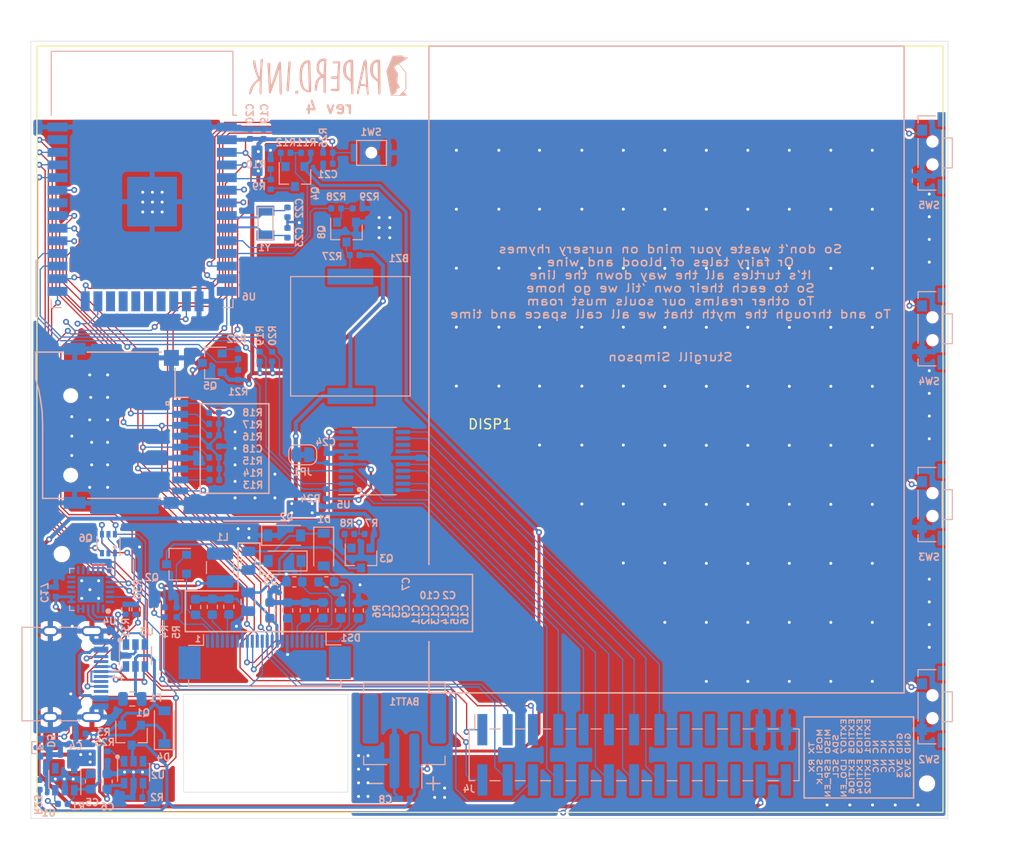
<source format=kicad_pcb>
(kicad_pcb (version 20211014) (generator pcbnew)
  (layers (0 "F.Cu" signal) (31 "B.Cu" signal) (34 "B.Paste" user) (35 "F.Paste" user) (36 "B.SilkS" user "B.Silkscreen") (37 "F.SilkS" user "F.Silkscreen") (38 "B.Mask" user) (39 "F.Mask" user) (44 "Edge.Cuts" user))
  (net 0 "")
  (net 1 "GND")
  (net 2 "+BATT")
  (net 3 "Net-(BZ1-Pad2)")
  (net 4 "+3V3")
  (net 5 "Net-(C1-Pad1)")
  (net 6 "PREVGL")
  (net 7 "Net-(C3-Pad1)")
  (net 8 "Net-(C5-Pad1)")
  (net 9 "VBUS")
  (net 10 "Net-(C7-Pad2)")
  (net 11 "Net-(C7-Pad1)")
  (net 12 "V_EPD")
  (net 13 "PREVGH")
  (net 14 "Net-(C12-Pad1)")
  (net 15 "Net-(C13-Pad1)")
  (net 16 "Net-(C14-Pad1)")
  (net 17 "Net-(C15-Pad1)")
  (net 18 "Net-(C16-Pad1)")
  (net 19 "ESP_EN")
  (net 20 "/xtal_P")
  (net 21 "/xtal_N")
  (net 22 "GDR")
  (net 23 "RESE")
  (net 24 "EPD_BUSY")
  (net 25 "~{EPD_RES}")
  (net 26 "~{EPD_DC}")
  (net 27 "~{EPD_CS}")
  (net 28 "SPI_SCLK")
  (net 29 "SPI_MOSI")
  (net 30 "RTS")
  (net 31 "UART_RXD0")
  (net 32 "I2C_SCL")
  (net 33 "EXT_GPIO2")
  (net 34 "EXT_GPIO1")
  (net 35 "I2C_SDA")
  (net 36 "SPI_MISO")
  (net 37 "UART_TXD0")
  (net 38 "DTR")
  (net 39 "~{SD_CS}")
  (net 40 "Net-(MICRO_SD1-Pad1)")
  (net 41 "V_SD")
  (net 42 "Net-(MICRO_SD1-Pad8)")
  (net 43 "Net-(Q3-Pad1)")
  (net 44 "Net-(Q4-Pad3)")
  (net 45 "Net-(Q4-Pad1)")
  (net 46 "Net-(Q5-Pad1)")
  (net 47 "GPIO_0")
  (net 48 "Net-(Q8-Pad1)")
  (net 49 "Net-(R2-Pad1)")
  (net 50 "~{EPD_EN}")
  (net 51 "BATT")
  (net 52 "~{BATT_EN}")
  (net 53 "~{SD_EN}")
  (net 54 "BUZZ")
  (net 55 "~{CHG}")
  (net 56 "USB_P")
  (net 57 "USB_N")
  (net 58 "~{PCF_INT}")
  (net 59 "~{SD_CD}")
  (net 60 "VIOEXP")
  (net 61 "EXT_GPIO7")
  (net 62 "EXT_GPIO6")
  (net 63 "EXT_GPIO5")
  (net 64 "EXT_GPIO4")
  (net 65 "EXT_GPIO3")
  (net 66 "LDO_EN")
  (net 67 "BTN_1")
  (net 68 "BTN_2")
  (net 69 "BTN_3")
  (net 70 "BTN_4")
  (net 71 "Net-(U4-Pad5)")
  (net 72 "D_P")
  (net 73 "D_N")
  (net 74 "Net-(R25-Pad1)")
  (net 75 "Net-(D5-Pad2)")
  (net 79 "Net-(J1-PadA5)")
  (net 81 "Net-(J1-PadB5)")
  (net 114 "Net-(F1-Pad1)")
  (footprint "021_labs:GDEW042T2" (layer "F.Cu") (at 148.065 101.18)
    (fp_text reference "DISP1")
    (fp_text value "GDEW042T2")
  )
  (footprint "021_labs:JLCPCB_Tooling_Hole" (layer "F.Cu") (at 192.11 64.23)
    (fp_text reference "REF**" hide)
    (fp_text value "JLCPCB_Tooling_Hole" hide)
  )
  (footprint "Resistor_SMD:R_0402_1005Metric" (layer "B.Cu") (at 126.18 93.88 -90)
    (fp_text reference "R20")
    (fp_text value "10k")
  )
  (footprint "Capacitor_SMD:C_0402_1005Metric" (layer "B.Cu") (at 125.32 71.515 -90)
    (fp_text reference "C19")
    (fp_text value "10uF/6.3V")
  )
  (footprint "Diode_SMD:D_SOD-123" (layer "B.Cu") (at 131.365 113.27 -90)
    (fp_text reference "D1")
    (fp_text value "LMBR130")
  )
  (footprint "Package_TO_SOT_SMD:SOT-23" (layer "B.Cu") (at 128.48 75.79 -90)
    (fp_text reference "Q4")
    (fp_text value "DMP2035")
  )
  (footprint "Capacitor_SMD:C_0603_1608Metric" (layer "B.Cu") (at 134.84 119.3825 90)
    (fp_text reference "C16")
    (fp_text value "1uF/50V")
  )
  (footprint "Diode_SMD:D_SOD-123" (layer "B.Cu") (at 127.44 114.42 180)
    (fp_text reference "D3")
    (fp_text value "LMBR130")
  )
  (footprint "Resistor_SMD:R_0603_1608Metric" (layer "B.Cu") (at 118.5 119.05 90)
    (fp_text reference "R6")
    (fp_text value "0.47")
  )
  (footprint "Resistor_SMD:R_0402_1005Metric" (layer "B.Cu") (at 126.03 76.575 -90)
    (fp_text reference "R9")
    (fp_text value "470k")
  )
  (footprint "Resistor_SMD:R_0402_1005Metric" (layer "B.Cu") (at 126.03 74.545 -90)
    (fp_text reference "R10")
    (fp_text value "1.6M")
  )
  (footprint "Resistor_SMD:R_0402_1005Metric" (layer "B.Cu") (at 124.93 93.88 -90)
    (fp_text reference "R19")
    (fp_text value "10k")
  )
  (footprint "Connector_JST:JST_PH_B2B-PH-SM4-TB_1x02-1MP_P2.00mm_Vertical" (layer "B.Cu") (at 139.465 134.02 180)
    (fp_text reference "BATT1")
    (fp_text value "LiPo")
  )
  (footprint "Capacitor_SMD:C_0603_1608Metric" (layer "B.Cu") (at 128.415 116.52)
    (fp_text reference "C10")
    (fp_text value "1uF/50V")
  )
  (footprint "Capacitor_SMD:C_0402_1005Metric" (layer "B.Cu") (at 123.97 71.515 -90)
    (fp_text reference "C20")
    (fp_text value "1uF/25V")
  )
  (footprint "021_labs:24  pin FPC connector" (layer "B.Cu") (at 125.842939 124.760356 180)
    (fp_text reference "DS1")
    (fp_text value "E-paper_24_pins")
  )
  (footprint "Inductor_SMD:L_1210_3225Metric" (layer "B.Cu") (at 120.95 115.08 90)
    (fp_text reference "L1")
    (fp_text value "68uH/1A")
  )
  (footprint "RF_Module:ESP32-WROOM-32" (layer "B.Cu") (at 113.13 79.07 180)
    (fp_text reference "U6")
    (fp_text value "OLIMEX_Cases_ESP-WROOM-32")
  )
  (footprint "Capacitor_SMD:C_0603_1608Metric" (layer "B.Cu") (at 131.63 116.52)
    (fp_text reference "C2")
    (fp_text value "1uF/50V")
  )
  (footprint "Capacitor_SMD:C_0805_2012Metric" (layer "B.Cu") (at 123.78 118.525 90)
    (fp_text reference "C9")
    (fp_text value "4.7uF/50V")
  )
  (footprint "Resistor_SMD:R_0402_1005Metric" (layer "B.Cu") (at 116.59 119.57 90)
    (fp_text reference "R5")
    (fp_text value "10k")
  )
  (footprint "Capacitor_SMD:C_0805_2012Metric" (layer "B.Cu") (at 123.81 114.395 90)
    (fp_text reference "C7")
    (fp_text value "4.7uF/50V")
  )
  (footprint "Package_TO_SOT_SMD:SOT-23" (layer "B.Cu") (at 135.115 114.12 -90)
    (fp_text reference "Q3")
    (fp_text value "DMP2035")
  )
  (footprint "Resistor_SMD:R_0402_1005Metric" (layer "B.Cu") (at 133.95 111.71)
    (fp_text reference "R8")
    (fp_text value "1.2k")
  )
  (footprint "Resistor_SMD:R_0402_1005Metric" (layer "B.Cu") (at 135.955 111.71)
    (fp_text reference "R7")
    (fp_text value "1M")
  )
  (footprint "Capacitor_SMD:C_0402_1005Metric" (layer "B.Cu") (at 127.73 79.38 90)
    (fp_text reference "C22")
    (fp_text value "12pF/50V")
  )
  (footprint "021_labs:Q13FC1350000400" (layer "B.Cu") (at 125.54 80.51 90)
    (fp_text reference "Y1")
    (fp_text value "32.768KHz")
  )
  (footprint "Capacitor_SMD:C_0402_1005Metric" (layer "B.Cu") (at 127.73 81.44 90)
    (fp_text reference "C23")
    (fp_text value "12pF/50V")
  )
  (footprint "Resistor_SMD:R_0402_1005Metric" (layer "B.Cu") (at 115.365 119.57 90)
    (fp_text reference "R4")
    (fp_text value "10k")
  )
  (footprint "Package_TO_SOT_SMD:SOT-23" (layer "B.Cu") (at 120.165 94.52 180)
    (fp_text reference "Q5")
    (fp_text value "DMP2035")
  )
  (footprint "Resistor_SMD:R_0402_1005Metric" (layer "B.Cu") (at 122.765 95.72 -90)
    (fp_text reference "R21")
    (fp_text value "1M")
  )
  (footprint "021_labs:HYC77-TF09-200" (layer "B.Cu") (at 106.44 100.78 90)
    (fp_text reference "MICRO_SD1")
    (fp_text value "micro_sd_card")
  )
  (footprint "Resistor_SMD:R_0402_1005Metric" (layer "B.Cu") (at 120.35 99.52 180)
    (fp_text reference "R18")
    (fp_text value "10k")
  )
  (footprint "Resistor_SMD:R_0402_1005Metric" (layer "B.Cu") (at 120.35 100.645666 180)
    (fp_text reference "R17")
    (fp_text value "10k")
  )
  (footprint "Resistor_SMD:R_0402_1005Metric" (layer "B.Cu") (at 120.35 104.022664 180)
    (fp_text reference "R15")
    (fp_text value "10k")
  )
  (footprint "Resistor_SMD:R_0402_1005Metric" (layer "B.Cu") (at 120.35 101.771332 180)
    (fp_text reference "R16")
    (fp_text value "10k")
  )
  (footprint "Capacitor_SMD:C_0402_1005Metric" (layer "B.Cu") (at 120.35 102.896998 180)
    (fp_text reference "C18")
    (fp_text value "1uF/25V")
  )
  (footprint "Resistor_SMD:R_0402_1005Metric" (layer "B.Cu") (at 120.39 105.14833 180)
    (fp_text reference "R14")
    (fp_text value "10k")
  )
  (footprint "Resistor_SMD:R_0402_1005Metric" (layer "B.Cu") (at 120.39 106.274 180)
    (fp_text reference "R13")
    (fp_text value "10k")
  )
  (footprint "Capacitor_SMD:C_0402_1005Metric" (layer "B.Cu") (at 139.515 138.32 180)
    (fp_text reference "C8")
    (fp_text value "1uF/25V")
  )
  (footprint "Package_TO_SOT_SMD:SOT-23" (layer "B.Cu") (at 112.065 131.92 -90)
    (fp_text reference "Q1")
    (fp_text value "DMP2035")
  )
  (footprint "Resistor_SMD:R_0402_1005Metric" (layer "B.Cu") (at 105.16 138.83 180)
    (fp_text reference "R1")
    (fp_text value "470k")
  )
  (footprint "Resistor_SMD:R_0402_1005Metric" (layer "B.Cu") (at 112.66 138.18 180)
    (fp_text reference "R2")
    (fp_text value "1.2k")
  )
  (footprint "Package_TO_SOT_SMD:SOT-23-6" (layer "B.Cu") (at 112.268 135.65 -90)
    (fp_text reference "U2")
    (fp_text value "BQ21040")
  )
  (footprint "Package_TO_SOT_SMD:SOT-23-6" (layer "B.Cu") (at 112.46 123.92 -90)
    (fp_text reference "U3")
    (fp_text value "USBLC6-2SC6")
  )
  (footprint "Capacitor_SMD:C_0402_1005Metric" (layer "B.Cu") (at 105.41 133.88 180)
    (fp_text reference "C4")
    (fp_text value "1uF/25V")
  )
  (footprint "Capacitor_SMD:C_0603_1608Metric" (layer "B.Cu") (at 107.95 136.58 90)
    (fp_text reference "C5")
    (fp_text value "1uF/50V")
  )
  (footprint "Capacitor_SMD:C_0603_1608Metric" (layer "B.Cu") (at 109.61 136.58 90)
    (fp_text reference "C6")
    (fp_text value "1uF/50V")
  )
  (footprint "Diode_SMD:D_SOD-123" (layer "B.Cu") (at 115.365 131.12 90)
    (fp_text reference "D4")
    (fp_text value "LMBR130")
  )
  (footprint "Connector_USB:USB_C_Receptacle_HRO_TYPE-C-31-M-12" (layer "B.Cu") (at 104.96 125.78 90)
    (fp_text reference "J1")
    (fp_text value "USB_C_Receptacle")
  )
  (footprint "Package_TO_SOT_SMD:SOT-23-5" (layer "B.Cu") (at 105.36 136.35 90)
    (fp_text reference "U1")
    (fp_text value "XC6220B331MR-G")
  )
  (footprint "Package_DFN_QFN:QFN-24-1EP_4x4mm_P0.5mm_EP2.6x2.6mm" (layer "B.Cu") (at 107.96 117.28 90)
    (fp_text reference "U4")
    (fp_text value "CP2104")
  )
  (footprint "Package_TO_SOT_SMD:SOT-363_SC-70-6" (layer "B.Cu") (at 109.746 112.682 90)
    (fp_text reference "Q6")
    (fp_text value "UMH3N")
  )
  (footprint "Capacitor_SMD:C_0402_1005Metric" (layer "B.Cu") (at 104.46 117.52 90)
    (fp_text reference "C17")
    (fp_text value "1uF/25V")
  )
  (footprint "021_labs:K2-1822SA-A3DW-06" (layer "B.Cu") (at 136.14 73.39 180)
    (fp_text reference "SW1")
    (fp_text value "RESET")
  )
  (footprint "Capacitor_SMD:C_0402_1005Metric" (layer "B.Cu") (at 131.79 74.49)
    (fp_text reference "C21")
    (fp_text value "0.1uF/50V")
  )
  (footprint "Resistor_SMD:R_0402_1005Metric" (layer "B.Cu") (at 127.535 73.4)
    (fp_text reference "R12")
    (fp_text value "1.2k")
  )
  (footprint "021_labs:KLJ-1230" (layer "B.Cu") (at 134.112 91.77 90)
    (fp_text reference "BZ1")
    (fp_text value "Piezo_Buzzer")
  )
  (footprint "Resistor_SMD:R_0402_1005Metric" (layer "B.Cu") (at 132.62 78.99 180)
    (fp_text reference "R28")
    (fp_text value "120")
  )
  (footprint "Package_TO_SOT_SMD:SOT-23" (layer "B.Cu") (at 133.65 81.37 -90)
    (fp_text reference "Q8")
    (fp_text value "T2N7002BK")
  )
  (footprint "Resistor_SMD:R_0402_1005Metric" (layer "B.Cu") (at 134.475 83.68 180)
    (fp_text reference "R27")
    (fp_text value "1.2k")
  )
  (footprint "Resistor_SMD:R_0402_1005Metric" (layer "B.Cu") (at 134.755 78.99)
    (fp_text reference "R29")
    (fp_text value "470k")
  )
  (footprint "Package_SO:TSSOP-20_4.4x6.5mm_P0.65mm" (layer "B.Cu") (at 136.46 104.38)
    (fp_text reference "U5")
    (fp_text value "PCF8574APWR")
  )
  (footprint "Connector_PinHeader_2.54mm:PinHeader_2x13_P2.54mm_Vertical_SMD" (layer "B.Cu") (at 162.54 133.9 -90)
    (fp_text reference "J4")
    (fp_text value "EXT_CONN")
  )
  (footprint "Resistor_SMD:R_0402_1005Metric" (layer "B.Cu") (at 131.61 107.68 -90)
    (fp_text reference "R24")
    (fp_text value "470k")
  )
  (footprint "Resistor_SMD:R_0402_1005Metric" (layer "B.Cu") (at 102.815 136.92 90)
    (fp_text reference "R23")
    (fp_text value "470")
  )
  (footprint "Resistor_SMD:R_0402_1005Metric" (layer "B.Cu") (at 106.96 131.78 180)
    (fp_text reference "R3")
    (fp_text value "470k")
  )
  (footprint "Jumper:SolderJumper-2_P1.3mm_Bridged_RoundedPad1.0x1.5mm" (layer "B.Cu") (at 129.26 103.75)
    (fp_text reference "JP1")
    (fp_text value "IO_EXP_JMP")
  )
  (footprint "Capacitor_SMD:C_0603_1608Metric" (layer "B.Cu") (at 121.84 119.01 90)
    (fp_text reference "C3")
    (fp_text value "1uF/50V")
  )
  (footprint "Capacitor_SMD:C_0603_1608Metric" (layer "B.Cu") (at 125.97 119.3825 -90)
    (fp_text reference "C11")
    (fp_text value "1uF/50V")
  )
  (footprint "Capacitor_SMD:C_0603_1608Metric" (layer "B.Cu") (at 133.066 119.3825 90)
    (fp_text reference "C15")
    (fp_text value "1uF/50V")
  )
  (footprint "Capacitor_SMD:C_0603_1608Metric" (layer "B.Cu") (at 127.744 119.3825 90)
    (fp_text reference "C12")
    (fp_text value "1uF/50V")
  )
  (footprint "Capacitor_SMD:C_0603_1608Metric" (layer "B.Cu") (at 131.292 119.3825 90)
    (fp_text reference "C14")
    (fp_text value "1uF/50V")
  )
  (footprint "Diode_SMD:D_SOD-123" (layer "B.Cu") (at 127.39 111.845)
    (fp_text reference "D2")
    (fp_text value "LMBR130")
  )
  (footprint "Resistor_SMD:R_0402_1005Metric" (layer "B.Cu") (at 122.765 93.62 -90)
    (fp_text reference "R22")
    (fp_text value "1.2k")
  )
  (footprint "Resistor_SMD:R_0402_1005Metric" (layer "B.Cu") (at 131.79 73.39)
    (fp_text reference "R26")
    (fp_text value "10k")
  )
  (footprint "Resistor_SMD:R_0402_1005Metric" (layer "B.Cu") (at 129.575 73.4)
    (fp_text reference "R11")
    (fp_text value "1M")
  )
  (footprint "Capacitor_SMD:C_0402_1005Metric" (layer "B.Cu") (at 131.66 104.08 -90)
    (fp_text reference "C24")
    (fp_text value "0.1uF/50V")
  )
  (footprint "Package_TO_SOT_SMD:SOT-23" (layer "B.Cu") (at 116.59 114.745 180)
    (fp_text reference "Q2")
    (fp_text value "T2N7002BK")
  )
  (footprint "Capacitor_SMD:C_0603_1608Metric" (layer "B.Cu") (at 120.18 119.03 90)
    (fp_text reference "C1")
    (fp_text value "1uF/50V")
  )
  (footprint "Capacitor_SMD:C_0603_1608Metric" (layer "B.Cu") (at 129.518 119.3825 90)
    (fp_text reference "C13")
    (fp_text value "1uF/50V")
  )
  (footprint "Resistor_SMD:R_0402_1005Metric" (layer "B.Cu") (at 112.483398 119.290148 -90)
    (fp_text reference "R30")
    (fp_text value "5.1k 1%")
  )
  (footprint "021_labs:JLCPCB_Tooling_Hole" (layer "B.Cu") (at 105.06 113.73 180)
    (fp_text reference "H2" hide)
    (fp_text value "MountingHole")
  )
  (footprint "021_labs:JLCPCB_Tooling_Hole" (layer "B.Cu") (at 191.96 64.33 180)
    (fp_text reference "H1" hide)
    (fp_text value "MountingHole")
  )
  (footprint "021_labs:JLCPCB_Tooling_Hole" (layer "B.Cu") (at 191.96 136.78 180)
    (fp_text reference "H3" hide)
    (fp_text value "MountingHole")
  )
  (footprint "Fuse:Fuse_0805_2012Metric" (layer "B.Cu") (at 112.141153 128.285056)
    (fp_text reference "F1")
    (fp_text value "1A")
  )
  (footprint "Resistor_SMD:R_0402_1005Metric" (layer "B.Cu") (at 111.46 119.28 -90)
    (fp_text reference "R31")
    (fp_text value "5.1k 1%")
  )
  (footprint "021_labs:TS36CA-0.7" (layer "B.Cu") (at 192.51 108.75 90)
    (fp_text reference "SW3")
    (fp_text value "BTN")
  )
  (footprint "021_labs:TS36CA-0.7" (layer "B.Cu") (at 192.51 129.07 90)
    (fp_text reference "SW2")
    (fp_text value "BTN")
  )
  (footprint "021_labs:TJ-S1706SW6TGLC2R-A5" (layer "B.Cu") (at 102.86 133.18 -90)
    (fp_text reference "D5")
    (fp_text value "LED_Small")
  )
  (footprint "021_labs:TS36CA-0.7" (layer "B.Cu") (at 192.51 73.42 90)
    (fp_text reference "SW5")
    (fp_text value "BTN")
  )
  (footprint "Resistor_SMD:R_0402_1005Metric" (layer "B.Cu") (at 109.665 134.03 -90)
    (fp_text reference "R25")
    (fp_text value "10k")
  )
  (footprint "021_labs:papered_ink_logo_horizontal" (layer "B.Cu") (at 131.86 65.63 180)
    (fp_text reference "G***" hide)
    (fp_text value "LOGO" hide)
  )
  (footprint "021_labs:TS36CA-0.7" (layer "B.Cu") (at 192.51 91.085 90)
    (fp_text reference "SW4")
    (fp_text value "BTN")
  )
  (gr_line (start 189.655 127.68) (end 189.655 62.68) (layer "B.SilkS") (width 0.1524))
  (gr_line (start 189.655 127.68) (end 141.935 127.68) (layer "B.SilkS") (width 0.1524))
  (gr_line (start 189.655 62.68) (end 141.935 62.68) (layer "B.SilkS") (width 0.1524))
  (gr_line (start 141.935 127.68) (end 141.935 122.52) (layer "B.SilkS") (width 0.1524))
  (gr_line (start 135.935 136.78) (end 137.285 136.78) (layer "B.SilkS") (width 0.15))
  (gr_line (start 122.765 112.62) (end 124.965 112.62) (layer "B.SilkS") (width 0.1524))
  (gr_line (start 117.465 121.52) (end 117.465 117.42) (layer "B.SilkS") (width 0.1524))
  (gr_line (start 118.965 107.62) (end 125.865 107.62) (layer "B.SilkS") (width 0.1524))
  (gr_line (start 141.935 114.77) (end 141.935 62.68) (layer "B.SilkS") (width 0.1524))
  (gr_line (start 179.615 130.09) (end 179.615 138.24) (layer "B.SilkS") (width 0.1524))
  (gr_line (start 122.765 117.42) (end 122.765 112.62) (layer "B.SilkS") (width 0.1524))
  (gr_line (start 125.865 107.62) (end 125.865 98.62) (layer "B.SilkS") (width 0.1524))
  (gr_line (start 142.36 136.105) (end 142.36 137.455) (layer "B.SilkS") (width 0.15))
  (gr_line (start 190.615 138.24) (end 190.615 130.09) (layer "B.SilkS") (width 0.1524))
  (gr_line (start 117.465 117.42) (end 122.765 117.42) (layer "B.SilkS") (width 0.1524))
  (gr_line (start 118.965 98.62) (end 118.965 107.62) (layer "B.SilkS") (width 0.1524))
  (gr_line (start 141.685 136.78) (end 143.035 136.78) (layer "B.SilkS") (width 0.15))
  (gr_line (start 190.615 130.09) (end 179.615 130.09) (layer "B.SilkS") (width 0.1524))
  (gr_line (start 179.615 138.24) (end 190.615 138.24) (layer "B.SilkS") (width 0.1524))
  (gr_line (start 146.315 115.77) (end 146.315 121.52) (layer "B.SilkS") (width 0.1524))
  (gr_line (start 146.315 121.52) (end 117.465 121.52) (layer "B.SilkS") (width 0.1524))
  (gr_line (start 125.865 98.62) (end 118.965 98.62) (layer "B.SilkS") (width 0.1524))
  (gr_line (start 124.965 115.77) (end 146.315 115.77) (layer "B.SilkS") (width 0.1524))
  (gr_line (start 124.965 112.62) (end 124.965 115.77) (layer "B.SilkS") (width 0.1524))
  (gr_line (start 101.96 62.18) (end 101.96 140.28) (layer "Edge.Cuts") (width 0.05))
  (gr_line (start 101.96 62.18) (end 194.06 62.18) (layer "Edge.Cuts") (width 0.05))
  (gr_line (start 133.79 127.82) (end 133.79 137.65) (layer "Edge.Cuts") (width 0.05))
  (gr_line (start 133.79 137.65) (end 117.3 137.65) (layer "Edge.Cuts") (width 0.05))
  (gr_line (start 101.96 140.28) (end 194.06 140.28) (layer "Edge.Cuts") (width 0.05))
  (gr_line (start 117.3 127.82) (end 117.3 137.65) (layer "Edge.Cuts") (width 0.05))
  (gr_line (start 133.79 127.82) (end 117.3 127.82) (layer "Edge.Cuts") (width 0.05))
  (gr_line (start 194.06 62.18) (end 194.06 140.28) (layer "Edge.Cuts") (width 0.05))
  (gr_text "Sturgill Simpson" (at 166.185 93.93) (layer "B.SilkS") (effects (font (size 0.8128 1) (thickness 0.1524)) (justify mirror)))
  (gr_text "RX\nSCLK\nESP_EN\nSCL\nLDO_EN\nEXTIO6\nEXTIO4\nEXTIO2\nNC\nNC\nNC\n3V3\n3V3" (at 185.215 134.21 90) (layer "B.SilkS") (effects (font (size 0.5 0.7) (thickness 0.125)) (justify left mirror)))
  (gr_text "rev 4" (at 131.903384 68.88) (layer "B.SilkS") (effects (font (size 1.2 1.2) (thickness 0.22)) (justify mirror)))
  (gr_text "TX\nMOSI\nMISO\nSDA\nEXTIO7\nEXTIO5\nEXTIO3\nEXTIO1\nNC\nNC\nNC\nGND\nGND" (at 185.205 133.89 90) (layer "B.SilkS") (effects (font (size 0.5 0.7) (thickness 0.125)) (justify right mirror)))
  (gr_text "So don't waste your mind on nursery rhymes\nOr fairy tales of blood and wine\nIt's turtles all the way down the line\nSo to each their own 'til we go home\nTo other realms our souls must roam\nTo and through the myth that we all call space and time" (at 166.185 86.35) (layer "B.SilkS") (effects (font (size 0.8128 1) (thickness 0.1524)) (justify mirror)))
  (via (at 182.2975 73.145) (size 0.6) (drill 0.3) (layers "F.Cu" "B.Cu") (net 1))
  (via (at 144.69 79.07) (size 0.6) (drill 0.3) (layers "F.Cu" "B.Cu") (net 1))
  (via (at 178.13 102.797775) (size 0.6) (drill 0.3) (layers "F.Cu" "B.Cu") (net 1))
  (via (at 169.795 85.00611) (size 0.6) (drill 0.3) (layers "F.Cu" "B.Cu") (net 1))
  (via (at 106.21 136.33) (size 0.6) (drill 0.3) (layers "F.Cu" "B.Cu") (net 1))
  (via (at 173.9625 96.86722) (size 0.6) (drill 0.3) (layers "F.Cu" "B.Cu") (net 1))
  (via (at 169.795 108.72833) (size 0.6) (drill 0.3) (layers "F.Cu" "B.Cu") (net 1))
  (via (at 114.165 78.3575) (size 0.6) (drill 0.3) (layers "F.Cu" "B.Cu") (net 1))
  (via (at 182.2975 126.52) (size 0.6) (drill 0.3) (layers "F.Cu" "B.Cu") (net 1))
  (via (at 143.51 137.2425) (size 0.6) (drill 0.3) (layers "F.Cu" "B.Cu") (net 1))
  (via (at 169.795 73.145) (size 0.6) (drill 0.3) (layers "F.Cu" "B.Cu") (net 1))
  (via (at 161.46 84.995) (size 0.6) (drill 0.3) (layers "F.Cu" "B.Cu") (net 1))
  (via (at 186.465 102.797775) (size 0.6) (drill 0.3) (layers "F.Cu" "B.Cu") (net 1))
  (via (at 115.14 79.35125) (size 0.6) (drill 0.3) (layers "F.Cu" "B.Cu") (net 1))
  (via (at 169.795 79.075555) (size 0.6) (drill 0.3) (layers "F.Cu" "B.Cu") (net 1))
  (via (at 153.045 73.145) (size 0.6) (drill 0.3) (layers "F.Cu" "B.Cu") (net 1))
  (via (at 192.19 120.81375) (size 0.6) (drill 0.3) (layers "F.Cu" "B.Cu") (net 1))
  (via (at 169.795 90.936665) (size 0.6) (drill 0.3) (layers "F.Cu" "B.Cu") (net 1))
  (via (at 182.2975 90.936665) (size 0.6) (drill 0.3) (layers "F.Cu" "B.Cu") (net 1))
  (via (at 157.2925 84.995) (size 0.6) (drill 0.3) (layers "F.Cu" "B.Cu") (net 1))
  (via (at 188.76875 138.94) (size 0.6) (drill 0.3) (layers "F.Cu" "B.Cu") (net 1))
  (via (at 122.76 111.18) (size 0.6) (drill 0.3) (layers "F.Cu" "B.Cu") (net 1))
  (via (at 153.045 79.07) (size 0.6) (drill 0.3) (layers "F.Cu" "B.Cu") (net 1))
  (via (at 124.465 108.08) (size 0.6) (drill 0.3) (layers "F.Cu" "B.Cu") (net 1))
  (via (at 192.19 95.295) (size 0.6) (drill 0.3) (layers "F.Cu" "B.Cu") (net 1))
  (via (at 136.93 81.935) (size 0.6) (drill 0.3) (layers "F.Cu" "B.Cu") (net 1))
  (via (at 186.465 73.145) (size 0.6) (drill 0.3) (layers "F.Cu" "B.Cu") (net 1))
  (via (at 105.96 127.78) (size 0.6) (drill 0.3) (layers "F.Cu" "B.Cu") (net 1))
  (via (at 138.005 79.91) (size 0.6) (drill 0.3) (layers "F.Cu" "B.Cu") (net 1))
  (via (at 173.9625 79.075555) (size 0.6) (drill 0.3) (layers "F.Cu" "B.Cu") (net 1))
  (via (at 184.20625 138.94) (size 0.6) (drill 0.3) (layers "F.Cu" "B.Cu") (net 1))
  (via (at 169.795 126.52) (size 0.6) (drill 0.3) (layers "F.Cu" "B.Cu") (net 1))
  (via (at 122.465 104.7625) (size 0.6) (drill 0.3) (layers "F.Cu" "B.Cu") (net 1))
  (via (at 115.14 78.3575) (size 0.6) (drill 0.3) (layers "F.Cu" "B.Cu") (net 1))
  (via (at 182.2975 85.00611) (size 0.6) (drill 0.3) (layers "F.Cu" "B.Cu") (net 1))
  (via (at 165.6275 114.62) (size 0.6) (drill 0.3) (layers "F.Cu" "B.Cu") (net 1))
  (via (at 144.69 73.145) (size 0.6) (drill 0.3) (layers "F.Cu" "B.Cu") (net 1))
  (via (at 192.19 97.57625) (size 0.6) (drill 0.3) (layers "F.Cu" "B.Cu") (net 1))
  (via (at 108.76 118.18) (size 0.6) (drill 0.3) (layers "F.Cu" "B.Cu") (net 1))
  (via (at 126.465 105.695) (size 0.6) (drill 0.3) (layers "F.Cu" "B.Cu") (net 1))
  (via (at 165.6275 108.72833) (size 0.6) (drill 0.3) (layers "F.Cu" "B.Cu") (net 1))
  (via (at 182.2975 102.797775) (size 0.6) (drill 0.3) (layers "F.Cu" "B.Cu") (net 1))
  (via (at 148.9575 79.07) (size 0.6) (drill 0.3) (layers "F.Cu" "B.Cu") (net 1))
  (via (at 113.19 77.36375) (size 0.6) (drill 0.3) (layers "F.Cu" "B.Cu") (net 1))
  (via (at 104.41 136.33) (size 0.6) (drill 0.3) (layers "F.Cu" "B.Cu") (net 1))
  (via (at 109.665 95.72) (size 0.6) (drill 0.3) (layers "F.Cu" "B.Cu") (net 1))
  (via (at 192.19 77.545) (size 0.6) (drill 0.3) (layers "F.Cu" "B.Cu") (net 1))
  (via (at 161.46 102.77) (size 0.6) (drill 0.3) (layers "F.Cu" "B.Cu") (net 1))
  (via (at 157.2925 108.695) (size 0.6) (drill 0.3) (layers "F.Cu" "B.Cu") (net 1))
  (via (at 123.86 112.08) (size 0.6) (drill 0.3) (layers "F.Cu" "B.Cu") (net 1))
  (via (at 173.9625 120.58944) (size 0.6) (drill 0.3) (layers "F.Cu" "B.Cu") (net 1))
  (via (at 169.795 102.797775) (size 0.6) (drill 0.3) (layers "F.Cu" "B.Cu") (net 1))
  (via (at 161.46 79.07) (size 0.6) (drill 0.3) (layers "F.Cu" "B.Cu") (net 1))
  (via (at 106.065 103.82) (size 0.6) (drill 0.3) (layers "F.Cu" "B.Cu") (net 1))
  (via (at 186.4875 138.94) (size 0.6) (drill 0.3) (layers "F.Cu" "B.Cu") (net 1))
  (via (at 161.46 73.145) (size 0.6) (drill 0.3) (layers "F.Cu" "B.Cu") (net 1))
  (via (at 128.915 80.42) (size 0.6) (drill 0.3) (layers "F.Cu" "B.Cu") (net 1))
  (via (at 148.9575 96.845) (size 0.6) (drill 0.3) (layers "F.Cu" "B.Cu") (net 1))
  (via (at 106.065 101.87) (size 0.6) (drill 0.3) (layers "F.Cu" "B.Cu") (net 1))
  (via (at 178.13 114.658885) (size 0.6) (drill 0.3) (layers "F.Cu" "B.Cu") (net 1))
  (via (at 157.2925 102.77) (size 0.6) (drill 0.3) (layers "F.Cu" "B.Cu") (net 1))
  (via (at 135.815 135.346666) (size 0.6) (drill 0.3) (layers "F.Cu" "B.Cu") (net 1))
  (via (at 165.6275 120.58944) (size 0.6) (drill 0.3) (layers "F.Cu" "B.Cu") (net 1))
  (via (at 112.265 135.63) (size 0.6) (drill 0.3) (layers "F.Cu" "B.Cu") (net 1))
  (via (at 182.2975 96.86722) (size 0.6) (drill 0.3) (layers "F.Cu" "B.Cu") (net 1))
  (via (at 109.665 104.76) (size 0.6) (drill 0.3) (layers "F.Cu" "B.Cu") (net 1))
  (via (at 112.87 113.01) (size 0.6) (drill 0.3) (layers "F.Cu" "B.Cu") (net 1))
  (via (at 107.06 118.18) (size 0.6) (drill 0.3) (layers "F.Cu" "B.Cu") (net 1))
  (via (at 178.13 90.936665) (size 0.6) (drill 0.3) (layers "F.Cu" "B.Cu") (net 1))
  (via (at 107.865 100.24) (size 0.6) (drill 0.3) (layers "F.Cu" "B.Cu") (net 1))
  (via (at 182.2975 108.72833) (size 0.6) (drill 0.3) (layers "F.Cu" "B.Cu") (net 1))
  (via (at 192.19 116.25125) (size 0.6) (drill 0.3) (layers "F.Cu" "B.Cu") (net 1))
  (via (at 192.19 102.13875) (size 0.6) (drill 0.3) (layers "F.Cu" "B.Cu") (net 1))
  (via (at 157.2925 96.845) (size 0.6) (drill 0.3) (layers "F.Cu" "B.Cu") (net 1))
  (via (at 134.865 133.98) (size 0.6) (drill 0.3) (layers "F.Cu" "B.Cu") (net 1))
  (via (at 161.46 96.845) (size 0.6) (drill 0.3) (layers "F.Cu" "B.Cu") (net 1))
  (via (at 178.13 96.86722) (size 0.6) (drill 0.3) (layers "F.Cu" "B.Cu") (net 1))
  (via (at 114.165 79.35125) (size 0.6) (drill 0.3) (layers "F.Cu" "B.Cu") (net 1))
  (via (at 173.9625 73.145) (size 0.6) (drill 0.3) (layers "F.Cu" "B.Cu") (net 1))
  (via (at 178.13 73.145) (size 0.6) (drill 0.3) (layers "F.Cu" "B.Cu") (net 1))
  (via (at 135.015 116.82) (size 0.6) (drill 0.3) (layers "F.Cu" "B.Cu") (net 1))
  (via (at 165.6275 90.936665) (size 0.6) (drill 0.3) (layers "F.Cu" "B.Cu") (net 1))
  (via (at 115.14 77.36375) (size 0.6) (drill 0.3) (layers "F.Cu" "B.Cu") (net 1))
  (via (at 107.865 107.02) (size 0.6) (drill 0.3) (layers "F.Cu" "B.Cu") (net 1))
  (via (at 136.93 79.91) (size 0.6) (drill 0.3) (layers "F.Cu" "B.Cu") (net 1))
  (via (at 173.9625 108.72833) (size 0.6) (drill 0.3) (layers "F.Cu" "B.Cu") (net 1))
  (via (at 134.865 138.08) (size 0.6) (drill 0.3) (layers "F.Cu" "B.Cu") (net 1))
  (via (at 113.165 135.63) (size 0.6) (drill 0.3) (layers "F.Cu" "B.Cu") (net 1))
  (via (at 122.465 101.445) (size 0.6) (drill 0.3) (layers "F.Cu" "B.Cu") (net 1))
  (via (at 126.015 73.145) (size 0.6) (drill 0.3) (layers "F.Cu" "B.Cu") (net 1))
  (via (at 169.795 120.58944) (size 0.6) (drill 0.3) (layers "F.Cu" "B.Cu") (net 1))
  (via (at 138.005 81.935) (size 0.6) (drill 0.3) (layers "F.Cu" "B.Cu") (net 1))
  (via (at 106.11 120.98) (size 0.6) (drill 0.3) (layers "F.Cu" "B.Cu") (net 1))
  (via (at 157.2925 73.145) (size 0.6) (drill 0.3) (layers "F.Cu" "B.Cu") (net 1))
  (via (at 133.265 117.845) (size 0.6) (drill 0.3) (layers "F.Cu" "B.Cu") (net 1))
  (via (at 111.365 135.63) (size 0.6) (drill 0.3) (layers "F.Cu" "B.Cu") (net 1))
  (via (at 109.665 107.02) (size 0.6) (drill 0.3) (layers "F.Cu" "B.Cu") (net 1))
  (via (at 186.465 126.52) (size 0.6) (drill 0.3) (layers "F.Cu" "B.Cu") (net 1))
  (via (at 153.045 84.995) (size 0.6) (drill 0.3) (layers "F.Cu" "B.Cu") (net 1))
  (via (at 109.665 97.98) (size 0.6) (drill 0.3) (layers "F.Cu" "B.Cu") (net 1))
  (via (at 192.19 118.5325) (size 0.6) (drill 0.3) (layers "F.Cu" "B.Cu") (net 1))
  (via (at 122.465 108.08) (size 0.6) (drill 0.3) (layers "F.Cu" "B.Cu") (net 1))
  (via (at 108.065 104.76) (size 0.6) (drill 0.3) (layers "F.Cu" "B.Cu") (net 1))
  (via (at 123.86 111.18) (size 0.6) (drill 0.3) (layers "F.Cu" "B.Cu") (net 1))
  (via (at 108.76 116.405) (size 0.6) (drill 0.3) (layers "F.Cu" "B.Cu") (net 1))
  (via (at 107.865 95.72) (size 0.6) (drill 0.3) (layers "F.Cu" "B.Cu") (net 1))
  (via (at 186.465 114.658885) (size 0.6) (drill 0.3) (layers "F.Cu" "B.Cu") (net 1))
  (via (at 192.19 123.095) (size 0.6) (drill 0.3) (layers "F.Cu" "B.Cu") (net 1))
  (via (at 192.19 99.8575) (size 0.6) (drill 0.3) (layers "F.Cu" "B.Cu") (net 1))
  (via (at 114.165 77.36375) (size 0.6) (drill 0.3) (layers "F.Cu" "B.Cu") (net 1))
  (via (at 165.6275 73.145) (size 0.6) (drill 0.3) (layers "F.Cu" "B.Cu") (net 1))
  (via (at 157.2925 79.07) (size 0.6) (drill 0.3) (layers "F.Cu" "B.Cu") (net 1))
  (via (at 122.465 103.10375) (size 0.6) (drill 0.3) (layers "F.Cu" "B.Cu") (net 1))
  (via (at 178.13 108.72833) (size 0.6) (drill 0.3) (layers "F.Cu" "B.Cu") (net 1))
  (via (at 165.6275 85.00611) (size 0.6) (drill 0.3) (layers "F.Cu" "B.Cu") (net 1))
  (via (at 153.045 90.92) (size 0.6) (drill 0.3) (layers "F.Cu" "B.Cu") (net 1))
  (via (at 135.815 138.08) (size 0.6) (drill 0.3) (layers "F.Cu" "B.Cu") (net 1))
  (via (at 109.665 100.24) (size 0.6) (drill 0.3) (layers "F.Cu" "B.Cu") (net 1))
  (via (at 134.865 136.713332) (size 0.6) (drill 0.3) (layers "F.Cu" "B.Cu") (net 1))
  (via (at 169.795 96.86722) (size 0.6) (drill 0.3) (layers "F.Cu" "B.Cu") (net 1))
  (via (at 186.465 90.936665) (size 0.6) (drill 0.3) (layers "F.Cu" "B.Cu") (net 1))
  (via (at 165.6275 102.797775) (size 0.6) (drill 0.3) (layers "F.Cu" "B.Cu") (net 1))
  (via (at 113.19 78.3575) (size 0.6) (drill 0.3) (layers "F.Cu" "B.Cu") (net 1))
  (via (at 161.46 90.92) (size 0.6) (drill 0.3) (layers "F.Cu" "B.Cu") (net 1))
  (via (at 178.13 85.00611) (size 0.6) (drill 0.3) (layers "F.Cu" "B.Cu") (net 1))
  (via (at 127.615 115.745) (size 0.6) (drill 0.3) (layers "F.Cu" "B.Cu") (net 1))
  (via (at 182.2975 79.075555) (size 0.6) (drill 0.3) (layers "F.Cu" "B.Cu") (net 1))
  (via (at 178.13 120.58944) (size 0.6) (drill 0.3) (layers "F.Cu" "B.Cu") (net 1))
  (via (at 169.795 114.658885) (size 0.6) (drill 0.3) (layers "F.Cu" "B.Cu") (net 1))
  (via (at 105.31 136.33) (size 0.6) (drill 0.3) (layers "F.Cu" "B.Cu") (net 1))
  (via (at 153.045 96.845) (size 0.6) (drill 0.3) (layers "F.Cu" "B.Cu") (net 1))
  (via (at 122.6 120.98) (size 0.6) (drill 0.3) (layers "F.Cu" "B.Cu") (net 1))
  (via (at 142.51 138.18) (size 0.6) (drill 0.3) (layers "F.Cu" "B.Cu") (net 1))
  (via (at 186.465 96.86722) (size 0.6) (drill 0.3) (layers "F.Cu" "B.Cu") (net 1))
  (via (at 186.465 120.58944) (size 0.6) (drill 0.3) (layers "F.Cu" "B.Cu") (net 1))
  (via (at 192.19 79.82625) (size 0.6) (drill 0.3) (layers "F.Cu" "B.Cu") (net 1))
  (via (at 107.885 117.305) (size 0.6) (drill 0.3) (layers "F.Cu" "B.Cu") (net 1))
  (via (at 173.9625 126.52) (size 0.6) (drill 0.3) (layers "F.Cu" "B.Cu") (net 1))
  (via (at 107.965 97.98) (size 0.6) (drill 0.3) (layers "F.Cu" "B.Cu") (net 1))
  (via (at 144.69 96.845) (size 0.6) (drill 0.3) (layers "F.Cu" "B.Cu") (net 1))
  (via (at 173.9625 102.797775) (size 0.6) (drill 0.3) (layers "F.Cu" "B.Cu") (net 1))
  (via (at 134.865 135.346666) (size 0.6) (drill 0.3) (layers "F.Cu" "B.Cu") (net 1))
  (via (at 122.465 106.42125) (size 0.6) (drill 0.3) (layers "F.Cu" "B.Cu") (net 1))
  (via (at 109.665 102.5) (size 0.6) (drill 0.3) (layers "F.Cu" "B.Cu") (net 1))
  (via (at 157.2925 90.92) (size 0.6) (drill 0.3) (layers "F.Cu" "B.Cu") (net 1))
  (via (at 113.19 79.35125) (size 0.6) (drill 0.3) (layers "F.Cu" "B.Cu") (net 1))
  (via (at 191.05 138.94) (size 0.6) (drill 0.3) (layers "F.Cu" "B.Cu") (net 1))
  (via (at 148.9575 90.92) (size 0.6) (drill 0.3) (layers "F.Cu" "B.Cu") (net 1))
  (via (at 178.13 126.52) (size 0.6) (drill 0.3) (layers "F.Cu" "B.Cu") (net 1))
  (via (at 136.93 80.9225) (size 0.6) (drill 0.3) (layers "F.Cu" "B.Cu") (net 1))
  (via (at 165.6275 79.075555) (size 0.6) (drill 0.3) (layers "F.Cu" "B.Cu") (net 1))
  (via (at 192.19 84.38875) (size 0.6) (drill 0.3) (layers "F.Cu" "B.Cu") (net 1))
  (via (at 173.9625 85.00611) (size 0.6) (drill 0.3) (layers "F.Cu" "B.Cu") (net 1))
  (via (at 161.46 114.62) (size 0.6) (drill 0.3) (layers "F.Cu" "B.Cu") (net 1))
  (via (at 144.69 84.995) (size 0.6) (drill 0.3) (layers "F.Cu" "B.Cu") (net 1))
  (via (at 106.065 99.92) (size 0.6) (drill 0.3) (layers "F.Cu" "B.Cu") (net 1))
  (via (at 127.74 123.82) (size 0.6) (drill 0.3) (layers "F.Cu" "B.Cu") (net 1))
  (via (at 186.465 85.00611) (size 0.6) (drill 0.3) (layers "F.Cu" "B.Cu") (net 1))
  (via (at 138.005 80.9225) (size 0.6) (drill 0.3) (layers "F.Cu" "B.Cu") (net 1))
  (via (at 107.06 116.405) (size 0.6) (drill 0.3) (layers "F.Cu" "B.Cu") (net 1))
  (via (at 126.465 108.08) (size 0.6) (drill 0.3) (layers "F.Cu" "B.Cu") (net 1))
  (via (at 182.2975 114.658885) (size 0.6) (drill 0.3) (layers "F.Cu" "B.Cu") (net 1))
  (via (at 135.815 133.98) (size 0.6) (drill 0.3) (layers "F.Cu" "B.Cu") (net 1))
  (via (at 161.46 108.695) (size 0.6) (drill 0.3) (layers "F.Cu" "B.Cu") (net 1))
  (via (at 148.9575 73.145) (size 0.6) (drill 0.3) (layers "F.Cu" "B.Cu") (net 1))
  (via (at 192.19 82.1075) (size 0.6) (drill 0.3) (layers "F.Cu" "B.Cu") (net 1))
  (via (at 186.465 108.72833) (size 0.6) (drill 0.3) (layers "F.Cu" "B.Cu") (net 1))
  (via (at 165.6275 96.86722) (size 0.6) (drill 0.3) (layers "F.Cu" "B.Cu") (net 1))
  (via (at 153.045 102.77) (size 0.6) (drill 0.3) (layers "F.Cu" "B.Cu") (net 1))
  (via (at 108.065 102.5) (size 0.6) (drill 0.3) (layers "F.Cu" "B.Cu") (net 1))
  (via (at 182.2975 120.58944) (size 0.6) (drill 0.3) (layers "F.Cu" "B.Cu") (net 1))
  (via (at 148.9575 84.995) (size 0.6) (drill 0.3) (layers "F.Cu" "B.Cu") (net 1))
  (via (at 173.9625 114.658885) (size 0.6) (drill 0.3) (layers "F.Cu" "B.Cu") (net 1))
  (via (at 178.13 79.075555) (size 0.6) (drill 0.3) (layers "F.Cu" "B.Cu") (net 1))
  (via (at 143.51 138.18) (size 0.6) (drill 0.3) (layers "F.Cu" "B.Cu") (net 1))
  (via (at 181.925 138.94) (size 0.6) (drill 0.3) (layers "F.Cu" "B.Cu") (net 1))
  (via (at 186.465 79.075555) (size 0.6) (drill 0.3) (layers "F.Cu" "B.Cu") (net 1))
  (via (at 144.69 90.92) (size 0.6) (drill 0.3) (layers "F.Cu" "B.Cu") (net 1))
  (via (at 173.9625 90.936665) (size 0.6) (drill 0.3) (layers "F.Cu" "B.Cu") (net 1))
  (via (at 135.815 136.713332) (size 0.6) (drill 0.3) (layers "F.Cu" "B.Cu") (net 1))
  (segment (start 127.696 122.48) (end 127.696 123.776) (width 0.254) (layer "B.Cu") (net 1))
  (segment (start 122.395 71.03) (end 123.97 71.03) (width 0.5) (layer "B.Cu") (net 1))
  (segment (start 112.46 123.58681) (end 112.26681 123.78) (width 0.254) (layer "B.Cu") (net 1))
  (segment (start 110.42 123.166978) (end 109.783022 122.53) (width 0.254) (layer "B.Cu") (net 1))
  (segment (start 132.465 117.845) (end 133.265 117.845) (width 0.254) (layer "B.Cu") (net 1))
  (segment (start 112.26681 123.78) (end 110.46 123.78) (width 0.254) (layer "B.Cu") (net 1))
  (segment (start 108.71 119.2175) (end 108.71 118.03) (width 0.254) (layer "B.Cu") (net 1))
  (segment (start 112.483398 118.780148) (end 112.87 118.393546) (width 0.254) (layer "B.Cu") (net 1))
  (segment (start 125.97 118.595) (end 131.292 118.595) (width 0.254) (layer "B.Cu") (net 1))
  (segment (start 127.315 116.52) (end 125.97 117.865) (width 0.254) (layer "B.Cu") (net 1))
  (segment (start 106.21 136.33) (end 107.425 136.33) (width 0.254) (layer "B.Cu") (net 1))
  (segment (start 127.29 116.52) (end 127.6275 116.52) (width 0.254) (layer "B.Cu") (net 1))
  (segment (start 112.175 136.843) (end 112.268 136.75) (width 0.254) (layer "B.Cu") (net 1))
  (segment (start 133.066 118.595) (end 133.066 118.044) (width 0.254) (layer "B.Cu") (net 1))
  (segment (start 118.5 118.2625) (end 121.8 118.2625) (width 0.254) (layer "B.Cu") (net 1))
  (segment (start 125.97 117.865) (end 125.97 118.595) (width 0.254) (layer "B.Cu") (net 1))
  (segment (start 112.175 138.18) (end 112.175 136.843) (width 0.254) (layer "B.Cu") (net 1))
  (segment (start 110.42 123.74) (end 110.42 123.166978) (width 0.254) (layer "B.Cu") (net 1))
  (segment (start 127.6275 115.7575) (end 127.615 115.745) (width 0.254) (layer "B.Cu") (net 1))
  (segment (start 112.268 135.633) (end 112.265 135.63) (width 0.254) (layer "B.Cu") (net 1))
  (segment (start 122.6 120.98) (end 122.33 120.98) (width 0.254) (layer "B.Cu") (net 1))
  (segment (start 122.5925 118.2225) (end 123.78 119.41) (width 0.254) (layer "B.Cu") (net 1))
  (segment (start 123.97 71.03) (end 125.32 71.03) (width 0.254) (layer "B.Cu") (net 1))
  (segment (start 111.365 135.63) (end 113.165 135.63) (width 0.254) (layer "B.Cu") (net 1))
  (segment (start 127.73 79.865) (end 127.73 80.355) (width 0.254) (layer "B.Cu") (net 1))
  (segment (start 107.425 136.33) (end 107.95 135.805) (width 0.254) (layer "B.Cu") (net 1))
  (segment (start 111.46 118.77) (end 112.47325 118.77) (width 0.254) (layer "B.Cu") (net 1))
  (segment (start 133.066 118.044) (end 133.265 117.845) (width 0.254) (layer "B.Cu") (net 1))
  (segment (start 138.465 137.755) (end 139.03 138.32) (width 0.254) (layer "B.Cu") (net 1))
  (segment (start 131.14 116.52) (end 132.465 117.845) (width 0.254) (layer "B.Cu") (net 1))
  (segment (start 123.196 122.48) (end 123.196 121.576) (width 0.254) (layer "B.Cu") (net 1))
  (segment (start 112.87 118.393546) (end 112.87 113.01) (width 0.254) (layer "B.Cu") (net 1))
  (segment (start 110.46 123.78) (end 110.42 123.74) (width 0.254) (layer "B.Cu") (net 1))
  (segment (start 112.47325 118.77) (end 112.483398 118.780148) (width 0.254) (layer "B.Cu") (net 1))
  (segment (start 123.6475 119.4625) (end 122.33 120.78) (width 0.254) (layer "B.Cu") (net 1))
  (segment (start 121.84 118.2225) (end 122.5925 118.2225) (width 0.254) (layer "B.Cu") (net 1))
  (segment (start 127.73 80.355) (end 128.85 80.355) (width 0.254) (layer "B.Cu") (net 1))
  (segment (start 112.268 136.75) (end 112.268 135.633) (width 0.254) (layer "B.Cu") (net 1))
  (segment (start 109.783022 122.53) (end 109.005 122.53) (width 0.254) (layer "B.Cu") (net 1))
  (segment (start 127.696 123.776) (end 127.74 123.82) (width 0.254) (layer "B.Cu") (net 1))
  (segment (start 126.03 73.16) (end 126.015 73.145) (width 0.254) (layer "B.Cu") (net 1))
  (segment (start 128.85 80.355) (end 128.915 80.42) (width 0.254) (layer "B.Cu") (net 1))
  (segment (start 122.33 120.78) (end 122.33 120.98) (width 0.254) (layer "B.Cu") (net 1))
  (segment (start 123.196 121.576) (end 122.6 120.98) (width 0.254) (layer "B.Cu") (net 1))
  (segment (start 112.46 122.82) (end 112.46 123.58681) (width 0.254) (layer "B.Cu") (net 1))
  (segment (start 127.6275 116.52) (end 127.6275 115.7575) (width 0.254) (layer "B.Cu") (net 1))
  (segment (start 127.73 80.355) (end 127.73 80.955) (width 0.254) (layer "B.Cu") (net 1))
  (segment (start 138.465 134.52) (end 138.465 137.755) (width 0.254) (layer "B.Cu") (net 1))
  (segment (start 126.03 74.06) (end 126.03 73.16) (width 0.254) (layer "B.Cu") (net 1))
  (segment (start 152.99 111.545) (end 152.99 131.72) (width 0.3) (layer "F.Cu") (net 2))
  (segment (start 152.99 131.72) (end 151.19 133.52) (width 0.3) (layer "F.Cu") (net 2))
  (segment (start 142.53 133.52) (end 141.765 134.285) (width 0.3) (layer "F.Cu") (net 2))
  (segment (start 151.19 133.52) (end 142.53 133.52) (width 0.3) (layer "F.Cu") (net 2))
  (segment (start 141.765 134.285) (end 141.765 135.32) (width 0.3) (layer "F.Cu") (net 2))
  (via (at 152.99 111.545) (size 0.6) (drill 0.3) (layers "F.Cu" "B.Cu") (net 2))
  (via (at 141.765 135.32) (size 0.6) (drill 0.3) (layers "F.Cu" "B.Cu") (net 2))
  (segment (start 141.265 135.32) (end 141.765 135.32) (width 0.3) (layer "B.Cu") (net 2))
  (segment (start 139.515 139.17) (end 140 138.685) (width 0.3) (layer "B.Cu") (net 2))
  (segment (start 131.065 76.68) (end 129.43 75.045) (width 0.3) (layer "B.Cu") (net 2))
  (segment (start 112.165 133.02) (end 112.165 133.77) (width 0.3) (layer "B.Cu") (net 2))
  (segment (start 140.465 134.52) (end 140.465 137.855) (width 0.3) (layer "B.Cu") (net 2))
  (segment (start 136.985 76.68) (end 131.065 76.68) (width 0.3) (layer "B.Cu") (net 2))
  (segment (start 102.815 137.405) (end 102.815 138.935) (width 0.3) (layer "B.Cu") (net 2))
  (segment (start 130.06 74.16) (end 129.43 74.79) (width 0.3) (layer "B.Cu") (net 2))
  (segment (start 139.645 98.2) (end 139.645 79.34) (width 0.3) (layer "B.Cu") (net 2))
  (segment (start 115.005 139.53) (end 115.615 138.92) (width 0.3) (layer "B.Cu") (net 2))
  (segment (start 115.615 138.92) (end 115.615 135.02) (width 0.3) (layer "B.Cu") (net 2))
  (segment (start 140 138.685) (end 140 138.32) (width 0.3) (layer "B.Cu") (net 2))
  (segment (start 139.645 79.34) (end 136.985 76.68) (width 0.3) (layer "B.Cu") (net 2))
  (segment (start 115.615 138.52) (end 116.265 139.17) (width 0.3) (layer "B.Cu") (net 2))
  (segment (start 115.615 135.02) (end 113.515 132.92) (width 0.3) (layer "B.Cu") (net 2))
  (segment (start 113.515 132.92) (end 112.065 132.92) (width 0.3) (layer "B.Cu") (net 2))
  (segment (start 112.165 133.77) (end 112.165 134.687) (width 0.3) (layer "B.Cu") (net 2))
  (segment (start 140.465 134.52) (end 141.265 135.32) (width 0.3) (layer "B.Cu") (net 2))
  (segment (start 102.815 138.935) (end 103.41 139.53) (width 0.3) (layer "B.Cu") (net 2))
  (segment (start 152.99 111.545) (end 139.645 98.2) (width 0.3) (layer "B.Cu") (net 2))
  (segment (start 130.06 73.4) (end 130.06 74.16) (width 0.3) (layer "B.Cu") (net 2))
  (segment (start 116.265 139.17) (end 139.515 139.17) (width 0.3) (layer "B.Cu") (net 2))
  (segment (start 103.41 139.53) (end 115.005 139.53) (width 0.3) (layer "B.Cu") (net 2))
  (segment (start 140.465 137.855) (end 140 138.32) (width 0.3) (layer "B.Cu") (net 2))
  (segment (start 133.65 82.37) (end 133.65 83.34) (width 0.13) (layer "B.Cu") (net 3))
  (segment (start 133.99 83.68) (end 133.99 85.798) (width 0.13) (layer "B.Cu") (net 3))
  (segment (start 133.65 83.34) (end 133.99 83.68) (width 0.13) (layer "B.Cu") (net 3))
  (segment (start 128.56 106.99) (end 128.56 101.855) (width 0.4) (layer "F.Cu") (net 4))
  (segment (start 102.74 133.85) (end 102.74 113.295) (width 0.4) (layer "F.Cu") (net 4))
  (segment (start 175.24 138.72) (end 174.880499 139.079501) (width 0.4) (layer "F.Cu") (net 4))
  (segment (start 124.805 73.285) (end 124.8 73.28) (width 0.4) (layer "F.Cu") (net 4))
  (segment (start 124.965 95.545) (end 126.24 95.545) (width 0.4) (layer "F.Cu") (net 4))
  (segment (start 124.19 95.545) (end 124.19 78.267128) (width 0.4) (layer "F.Cu") (net 4))
  (segment (start 124.8 77.657128) (end 124.8 73.28) (width 0.4) (layer "F.Cu") (net 4))
  (segment (start 128.56 101.855) (end 128.56 101.88) (width 0.4) (layer "F.Cu") (net 4))
  (segment (start 106.009501 139.079501) (end 102.74 135.81) (width 0.4) (layer "F.Cu") (net 4))
  (segment (start 130.2275 108.6575) (end 130.2275 108.6625) (width 0.4) (layer "F.Cu") (net 4))
  (segment (start 106.96 133.88) (end 102.77 133.88) (width 0.4) (layer "F.Cu") (net 4))
  (segment (start 102.77 133.88) (end 102.74 133.85) (width 0.4) (layer "F.Cu") (net 4))
  (segment (start 124.19 78.267128) (end 124.8 77.657128) (width 0.4) (layer "F.Cu") (net 4))
  (segment (start 123.865 96.62) (end 123.865 95.87) (width 0.4) (layer "F.Cu") (net 4))
  (segment (start 123.865 95.87) (end 124.19 95.545) (width 0.4) (layer "F.Cu") (net 4))
  (segment (start 174.880499 139.079501) (end 106.009501 139.079501) (width 0.4) (layer "F.Cu") (net 4))
  (segment (start 128.56 106.99) (end 128.56 108.73) (width 0.4) (layer "F.Cu") (net 4))
  (segment (start 124.965 95.545) (end 124.19 95.545) (width 0.4) (layer "F.Cu") (net 4))
  (segment (start 130.075 95.545) (end 137.31 88.31) (width 0.4) (layer "F.Cu") (net 4))
  (segment (start 130.2275 108.6575) (end 130.2375 108.6575) (width 0.4) (layer "F.Cu") (net 4))
  (segment (start 102.74 135.81) (end 102.74 133.85) (width 0.4) (layer "F.Cu") (net 4))
  (segment (start 102.74 113.295) (end 103.79 112.245) (width 0.4) (layer "F.Cu") (net 4))
  (segment (start 126.24 95.545) (end 130.075 95.545) (width 0.4) (layer "F.Cu") (net 4))
  (via (at 123.865 96.62) (size 0.6) (drill 0.3) (layers "F.Cu" "B.Cu") (net 4))
  (via (at 107.91 134.63) (size 0.6) (drill 0.3) (layers "F.Cu" "B.Cu") (net 4))
  (via (at 107.91 133.83) (size 0.6) (drill 0.3) (layers "F.Cu" "B.Cu") (net 4))
  (via (at 124.965 95.545) (size 0.6) (drill 0.3) (layers "F.Cu" "B.Cu") (net 4))
  (via (at 124.8 75.23) (size 0.6) (drill 0.3) (layers "F.Cu" "B.Cu") (net 4))
  (via (at 137.31 88.31) (size 0.6) (drill 0.3) (layers "F.Cu" "B.Cu") (net 4))
  (via (at 128.16 109.58) (size 0.6) (drill 0.3) (layers "F.Cu" "B.Cu") (net 4))
  (via (at 103.79 112.245) (size 0.6) (drill 0.3) (layers "F.Cu" "B.Cu") (net 4))
  (via (at 124.8 74.255) (size 0.6) (drill 0.3) (layers "F.Cu" "B.Cu") (net 4))
  (via (at 175.24 138.72) (size 0.6) (drill 0.3) (layers "F.Cu" "B.Cu") (net 4))
  (via (at 130.21 108.6575) (size 0.6) (drill 0.3) (layers "F.Cu" "B.Cu") (net 4))
  (via (at 106.96 133.88) (size 0.6) (drill 0.3) (layers "F.Cu" "B.Cu") (net 4))
  (via (at 128.56 101.88) (size 0.6) (drill 0.3) (layers "F.Cu" "B.Cu") (net 4))
  (via (at 130.21 109.58) (size 0.6) (drill 0.3) (layers "F.Cu" "B.Cu") (net 4))
  (via (at 126.24 95.545) (size 0.6) (drill 0.3) (layers "F.Cu" "B.Cu") (net 4))
  (via (at 124.8 73.28) (size 0.6) (drill 0.3) (layers "F.Cu" "B.Cu") (net 4))
  (via (at 128.16 108.6575) (size 0.6) (drill 0.3) (layers "F.Cu" "B.Cu") (net 4))
  (segment (start 124.8 73.28) (end 124.8 72.52) (width 0.4) (layer "B.Cu") (net 4))
  (segment (start 105.874991 110.160009) (end 127.579991 110.160009) (width 0.4) (layer "B.Cu") (net 4))
  (segment (start 131.245 97.84) (end 134.042 97.84) (width 0.4) (layer "B.Cu") (net 4))
  (segment (start 134.042 97.84) (end 134.042 91.578) (width 0.4) (layer "B.Cu") (net 4))
  (segment (start 123.97 72) (end 125.32 72) (width 0.4) (layer "B.Cu") (net 4))
  (segment (start 103.79 112.245) (end 105.874991 110.160009) (width 0.4) (layer "B.Cu") (net 4))
  (segment (start 128.56 100.525) (end 131.245 97.84) (width 0.4) (layer "B.Cu") (net 4))
  (segment (start 136.265 111.885) (end 136.265 112.92) (width 0.4) (layer "B.Cu") (net 4))
  (segment (start 175.24 138.72) (end 175.24 136.425) (width 0.4) (layer "B.Cu") (net 4))
  (segment (start 124.93 95.51) (end 124.965 95.545) (width 0.4) (layer "B.Cu") (net 4))
  (segment (start 127.579991 110.160009) (end 128.16 109.58) (width 0.4) (layer "B.Cu") (net 4))
  (segment (start 136.44 111.71) (end 136.265 111.885) (width 0.4) (layer "B.Cu") (net 4))
  (segment (start 134.042 91.578) (end 137.31 88.31) (width 0.4) (layer "B.Cu") (net 4))
  (segment (start 124.8 72.52) (end 125.32 72) (width 0.4) (layer "B.Cu") (net 4))
  (segment (start 125.36 72.04) (end 130.765 72.04) (width 0.4) (layer "B.Cu") (net 4))
  (segment (start 126.18 95.485) (end 126.24 95.545) (width 0.4) (layer "B.Cu") (net 4))
  (segment (start 136.44 110.645) (end 135.475 109.68) (width 0.4) (layer "B.Cu") (net 4))
  (segment (start 121.9 96.205) (end 121.165 95.47) (width 0.4) (layer "B.Cu") (net 4))
  (segment (start 130.31 109.68) (end 130.21 109.58) (width 0.4) (layer "B.Cu") (net 4))
  (segment (start 122.765 96.205) (end 123.45 96.205) (width 0.4) (layer "B.Cu") (net 4))
  (segment (start 137.31 84.72) (end 136.27 83.68) (width 0.4) (layer "B.Cu") (net 4))
  (segment (start 130.765 72.04) (end 131.305 72.58) (width 0.4) (layer "B.Cu") (net 4))
  (segment (start 122.765 96.205) (end 121.9 96.205) (width 0.4) (layer "B.Cu") (net 4))
  (segment (start 128.56 101.88) (end 128.56 100.525) (width 0.4) (layer "B.Cu") (net 4))
  (segment (start 128.56 103.7) (end 128.61 103.75) (width 0.4) (layer "B.Cu") (net 4))
  (segment (start 135.475 109.68) (end 130.31 109.68) (width 0.4) (layer "B.Cu") (net 4))
  (segment (start 121.63 72.085) (end 123.885 72.085) (width 0.4) (layer "B.Cu") (net 4))
  (segment (start 136.44 111.71) (end 136.44 110.645) (width 0.4) (layer "B.Cu") (net 4))
  (segment (start 124.93 94.365) (end 124.93 95.51) (width 0.4) (layer "B.Cu") (net 4))
  (segment (start 131.305 72.58) (end 131.305 73.39) (width 0.4) (layer "B.Cu") (net 4))
  (segment (start 137.31 88.31) (end 137.31 84.72) (width 0.4) (layer "B.Cu") (net 4))
  (segment (start 177.78 136.425) (end 175.24 136.425) (width 0.4) (layer "B.Cu") (net 4))
  (segment (start 126.18 94.365) (end 126.18 95.485) (width 0.4) (layer "B.Cu") (net 4))
  (segment (start 136.27 83.68) (end 134.96 83.68) (width 0.4) (layer "B.Cu") (net 4))
  (segment (start 123.45 96.205) (end 123.865 96.62) (width 0.4) (layer "B.Cu") (net 4))
  (segment (start 128.56 101.88) (end 128.56 103.7) (width 0.4) (layer "B.Cu") (net 4))
  (segment (start 120.18 120.49) (end 120.18 119.8175) (width 0.13) (layer "B.Cu") (net 5))
  (segment (start 121.196 121.506) (end 120.18 120.49) (width 0.13) (layer "B.Cu") (net 5))
  (segment (start 121.196 122.48) (end 121.196 121.506) (width 0.13) (layer "B.Cu") (net 5))
  (segment (start 130.696 121.7) (end 130.856 121.54) (width 0.13) (layer "B.Cu") (net 6))
  (segment (start 130.696 122.48) (end 130.696 121.7) (width 0.13) (layer "B.Cu") (net 6))
  (segment (start 133.94 116.87) (end 133.59 116.52) (width 0.13) (layer "B.Cu") (net 6))
  (segment (start 133.94 120.8) (end 133.94 116.87) (width 0.13) (layer "B.Cu") (net 6))
  (segment (start 133.59 116.52) (end 132.4175 116.52) (width 0.13) (layer "B.Cu") (net 6))
  (segment (start 130.856 121.54) (end 133.2 121.54) (width 0.13) (layer "B.Cu") (net 6))
  (segment (start 132.4175 115.9725) (end 131.365 114.92) (width 0.13) (layer "B.Cu") (net 6))
  (segment (start 132.4175 116.52) (end 132.4175 115.9725) (width 0.13) (layer "B.Cu") (net 6))
  (segment (start 133.2 121.54) (end 133.94 120.8) (width 0.13) (layer "B.Cu") (net 6))
  (segment (start 121.696 122.48) (end 121.696 119.9415) (width 0.13) (layer "B.Cu") (net 7))
  (segment (start 109.97 131.92) (end 108.81 133.08) (width 0.3) (layer "B.Cu") (net 8))
  (segment (start 113.015 130.92) (end 112.015 131.92) (width 0.3) (layer "B.Cu") (net 8))
  (segment (start 115.365 132.52) (end 115.365 131.72) (width 0.3) (layer "B.Cu") (net 8))
  (segment (start 106.355 137.355) (end 106.26 137.45) (width 0.3) (layer "B.Cu") (net 8))
  (segment (start 108.81 133.08) (end 108.81 136.618) (width 0.3) (layer "B.Cu") (net 8))
  (segment (start 106.26 138.215) (end 106.26 137.45) (width 0.13) (layer "B.Cu") (net 8))
  (segment (start 105.645 138.83) (end 106.26 138.215) (width 0.13) (layer "B.Cu") (net 8))
  (segment (start 107.95 137.355) (end 106.355 137.355) (width 0.3) (layer "B.Cu") (net 8))
  (segment (start 108.81 136.618) (end 107.95 137.478) (width 0.3) (layer "B.Cu") (net 8))
  (segment (start 115.365 131.72) (end 114.565 130.92) (width 0.3) (layer "B.Cu") (net 8))
  (segment (start 114.565 130.92) (end 113.015 130.92) (width 0.3) (layer "B.Cu") (net 8))
  (segment (start 112.015 131.92) (end 109.97 131.92) (width 0.3) (layer "B.Cu") (net 8))
  (segment (start 108.265 132.12) (end 108.865 132.72) (width 0.3) (layer "F.Cu") (net 9))
  (segment (start 108.865 132.72) (end 108.865 137.585) (width 0.3) (layer "F.Cu") (net 9))
  (segment (start 107.605499 132.779501) (end 108.265 132.12) (width 0.3) (layer "F.Cu") (net 9))
  (segment (start 104.54 131.52) (end 104.54 132.395) (width 0.3) (layer "F.Cu") (net 9))
  (segment (start 104.46 119.02) (end 105.18 119.74) (width 0.3) (layer "F.Cu") (net 9))
  (segment (start 104.924501 132.779501) (end 107.605499 132.779501) (width 0.3) (layer "F.Cu") (net 9))
  (segment (start 108.865 137.585) (end 109.61 138.33) (width 0.3) (layer "F.Cu") (net 9))
  (segment (start 105.18 130.88) (end 104.54 131.52) (width 0.3) (layer "F.Cu") (net 9))
  (segment (start 105.18 119.74) (end 105.18 130.88) (width 0.3) (layer "F.Cu") (net 9))
  (segment (start 104.54 132.395) (end 104.924501 132.779501) (width 0.3) (layer "F.Cu") (net 9))
  (via (at 104.46 119.02) (size 0.6) (drill 0.3) (layers "F.Cu" "B.Cu") (net 9))
  (via (at 109.61 138.33) (size 0.6) (drill 0.3) (layers "F.Cu" "B.Cu") (net 9))
  (via (at 108.265 132.12) (size 0.6) (drill 0.3) (layers "F.Cu" "B.Cu") (net 9))
  (segment (start 111.115 130.92) (end 110.465 130.92) (width 0.3) (layer "B.Cu") (net 9))
  (segment (start 104.37 118.02) (end 106.0125 118.02) (width 0.3) (layer "B.Cu") (net 9))
  (segment (start 113.86 123.92) (end 114.365 124.425) (width 0.3) (layer "B.Cu") (net 9))
  (segment (start 109.98 131.405) (end 109.365 131.405) (width 0.3) (layer "B.Cu") (net 9))
  (segment (start 110.035 136.99) (end 109.68 137.345) (width 0.3) (layer "B.Cu") (net 9))
  (segment (start 114.365 128.72) (end 114.365 128.82) (width 0.3) (layer "B.Cu") (net 9))
  (segment (start 112.73 123.92) (end 113.86 123.92) (width 0.3) (layer "B.Cu") (net 9))
  (segment (start 112.46 125.02) (end 112.46 127.8425) (width 0.3) (layer "B.Cu") (net 9))
  (segment (start 107.445 131.78) (end 107.925 131.78) (width 0.254) (layer "B.Cu") (net 9))
  (segment (start 112.46 124.19) (end 112.73 123.92) (width 0.3) (layer "B.Cu") (net 9))
  (segment (start 114.365 128.82) (end 113.465 129.72) (width 0.3) (layer "B.Cu") (net 9))
  (segment (start 109.68 138.26) (end 109.61 138.33) (width 0.3) (layer "B.Cu") (net 9))
  (segment (start 106.0225 118.03) (end 106.0225 118.53) (width 0.3) (layer "B.Cu") (net 9))
  (segment (start 114.365 128.72) (end 115.365 129.72) (width 0.3) (layer "B.Cu") (net 9))
  (segment (start 112.46 125.02) (end 112.46 124.19) (width 0.3) (layer "B.Cu") (net 9))
  (segment (start 112.46 127.8425) (end 112.8975 128.28) (width 0.3) (layer "B.Cu") (net 9))
  (segment (start 111.565 129.72) (end 111.115 130.17) (width 0.3) (layer "B.Cu") (net 9))
  (segment (start 109.68 137.345) (end 109.68 138.26) (width 0.3) (layer "B.Cu") (net 9))
  (segment (start 113.465 129.72) (end 111.565 129.72) (width 0.3) (layer "B.Cu") (net 9))
  (segment (start 110.465 130.92) (end 109.98 131.405) (width 0.3) (layer "B.Cu") (net 9))
  (segment (start 109.365 131.405) (end 108.98 131.405) (width 0.3) (layer "B.Cu") (net 9))
  (segment (start 111.115 130.17) (end 111.115 130.92) (width 0.3) (layer "B.Cu") (net 9))
  (segment (start 114.365 124.425) (end 114.365 128.72) (width 0.3) (layer "B.Cu") (net 9))
  (segment (start 104.46 119.02) (end 104.46 118.005) (width 0.3) (layer "B.Cu") (net 9))
  (segment (start 107.925 131.78) (end 108.265 132.12) (width 0.254) (layer "B.Cu") (net 9))
  (segment (start 108.98 131.405) (end 108.265 132.12) (width 0.3) (layer "B.Cu") (net 9))
  (segment (start 111.318 136.99) (end 110.035 136.99) (width 0.3) (layer "B.Cu") (net 9))
  (segment (start 128.66 111.91) (end 127.9 111.91) (width 0.2) (layer "B.Cu") (net 10))
  (segment (start 126.3525 113.4575) (end 123.81 113.4575) (width 0.2) (layer "B.Cu") (net 10))
  (segment (start 130.93 111.68) (end 129.34 111.68) (width 0.2) (layer "B.Cu") (net 10))
  (segment (start 127.9 111.91) (end 126.3525 113.4575) (width 0.2) (layer "B.Cu") (net 10))
  (segment (start 131.28 112.03) (end 130.93 111.68) (width 0.2) (layer "B.Cu") (net 10))
  (segment (start 124.38 114.67) (end 123.72 115.33) (width 0.2) (layer "B.Cu") (net 11))
  (segment (start 115.59 113.445) (end 116.29 112.745) (width 0.2) (layer "B.Cu") (net 11))
  (segment (start 120.015 112.745) (end 120.95 113.68) (width 0.2) (layer "B.Cu") (net 11))
  (segment (start 120.95 113.68) (end 122.6025 115.3325) (width 0.2) (layer "B.Cu") (net 11))
  (segment (start 122.6025 115.3325) (end 123.81 115.3325) (width 0.2) (layer "B.Cu") (net 11))
  (segment (start 125.53 114.67) (end 124.38 114.67) (width 0.2) (layer "B.Cu") (net 11))
  (segment (start 116.29 112.745) (end 120.015 112.745) (width 0.2) (layer "B.Cu") (net 11))
  (segment (start 115.59 114.745) (end 115.59 113.445) (width 0.2) (layer "B.Cu") (net 11))
  (segment (start 118.515 116.92) (end 118.765 116.67) (width 0.254) (layer "F.Cu") (net 12))
  (segment (start 115.06 116.92) (end 118.515 116.92) (width 0.254) (layer "F.Cu") (net 12))
  (via (at 118.765 116.67) (size 0.6) (drill 0.3) (layers "F.Cu" "B.Cu") (net 12))
  (via (at 115.06 116.92) (size 0.6) (drill 0.3) (layers "F.Cu" "B.Cu") (net 12))
  (segment (start 115.365 117.225) (end 115.06 116.92) (width 0.254) (layer "B.Cu") (net 12))
  (segment (start 126.915 115.67) (end 126.915 114.27) (width 0.254) (layer "B.Cu") (net 12))
  (segment (start 123.78 117.5875) (end 122.6725 116.48) (width 0.254) (layer "B.Cu") (net 12))
  (segment (start 133.985 115.14) (end 131.915 113.07) (width 0.254) (layer "B.Cu") (net 12))
  (segment (start 126.915 114.27) (end 128.115 113.07) (width 0.254) (layer "B.Cu") (net 12))
  (segment (start 122.6725 116.48) (end 120.95 116.48) (width 0.254) (layer "B.Cu") (net 12))
  (segment (start 126.696 120.896) (end 125.97 120.17) (width 0.254) (layer "B.Cu") (net 12))
  (segment (start 127.196 122.48) (end 126.696 122.48) (width 0.254) (layer "B.Cu") (net 12))
  (segment (start 134.78 115.14) (end 133.985 115.14) (width 0.254) (layer "B.Cu") (net 12))
  (segment (start 115.365 119.085) (end 115.365 117.225) (width 0.254) (layer "B.Cu") (net 12))
  (segment (start 126.696 122.48) (end 126.696 120.896) (width 0.254) (layer "B.Cu") (net 12))
  (segment (start 128.115 113.07) (end 131.915 113.07) (width 0.254) (layer "B.Cu") (net 12))
  (segment (start 125.97 119.96) (end 123.78 117.77) (width 0.254) (layer "B.Cu") (net 12))
  (segment (start 123.78 117.5875) (end 124.9975 117.5875) (width 0.254) (layer "B.Cu") (net 12))
  (segment (start 124.9975 117.5875) (end 126.915 115.67) (width 0.254) (layer "B.Cu") (net 12))
  (segment (start 118.765 116.67) (end 120.76 116.67) (width 0.254) (layer "B.Cu") (net 12))
  (segment (start 129.94 117.67) (end 129.06 116.79) (width 0.13) (layer "B.Cu") (net 13))
  (segment (start 132.17 118.1) (end 131.74 117.67) (width 0.13) (layer "B.Cu") (net 13))
  (segment (start 130.426 120.97) (end 131.93 120.97) (width 0.13) (layer "B.Cu") (net 13))
  (segment (start 129.696 122.48) (end 129.696 121.7) (width 0.13) (layer "B.Cu") (net 13))
  (segment (start 131.74 117.67) (end 129.94 117.67) (width 0.13) (layer "B.Cu") (net 13))
  (segment (start 131.93 120.97) (end 132.17 120.73) (width 0.13) (layer "B.Cu") (net 13))
  (segment (start 132.17 120.73) (end 132.17 118.1) (width 0.13) (layer "B.Cu") (net 13))
  (segment (start 129.06 116.79) (end 129.06 114.9) (width 0.13) (layer "B.Cu") (net 13))
  (segment (start 129.696 121.7) (end 130.426 120.97) (width 0.13) (layer "B.Cu") (net 13))
  (segment (start 128.196 120.622) (end 127.744 120.17) (width 0.13) (layer "B.Cu") (net 14))
  (segment (start 128.196 122.48) (end 128.196 120.622) (width 0.13) (layer "B.Cu") (net 14))
  (segment (start 128.696 120.992) (end 129.518 120.17) (width 0.13) (layer "B.Cu") (net 15))
  (segment (start 128.696 122.48) (end 128.696 120.992) (width 0.13) (layer "B.Cu") (net 15))
  (segment (start 130.8 120.17) (end 131.292 120.17) (width 0.13) (layer "B.Cu") (net 16))
  (segment (start 129.196 121.774) (end 130.8 120.17) (width 0.13) (layer "B.Cu") (net 16))
  (segment (start 129.196 122.48) (end 129.196 121.774) (width 0.13) (layer "B.Cu") (net 16))
  (segment (start 130.196 122.48) (end 130.196 121.7) (width 0.13) (layer "B.Cu") (net 17))
  (segment (start 133.066 120.944) (end 133.066 120.17) (width 0.13) (layer "B.Cu") (net 17))
  (segment (start 130.196 121.7) (end 130.656 121.24) (width 0.13) (layer "B.Cu") (net 17))
  (segment (start 132.77 121.24) (end 133.066 120.944) (width 0.13) (layer "B.Cu") (net 17))
  (segment (start 130.656 121.24) (end 132.77 121.24) (width 0.13) (layer "B.Cu") (net 17))
  (segment (start 132.87 122.48) (end 134.84 120.51) (width 0.13) (layer "B.Cu") (net 18))
  (segment (start 131.196 122.48) (end 132.87 122.48) (width 0.13) (layer "B.Cu") (net 18))
  (segment (start 123.795489 79.039511) (end 122.715 80.12) (width 0.13) (layer "F.Cu") (net 19))
  (segment (start 104.615 109.045) (end 105.615 110.045) (width 0.13) (layer "F.Cu") (net 19))
  (segment (start 109.69 110.045) (end 110.465 110.82) (width 0.13) (layer "F.Cu") (net 19))
  (segment (start 132.065 72.09) (end 132.225 72.25) (width 0.13) (layer "F.Cu") (net 19))
  (segment (start 124.065 73.97) (end 124.065 77.834206) (width 0.13) (layer "F.Cu") (net 19))
  (segment (start 123.515 72.2) (end 123.625 72.09) (width 0.13) (layer "F.Cu") (net 19))
  (segment (start 123.625 72.09) (end 132.065 72.09) (width 0.13) (layer "F.Cu") (net 19))
  (segment (start 122.715 80.12) (end 122.715 91.145) (width 0.13) (layer "F.Cu") (net 19))
  (segment (start 123.515 73.42) (end 124.065 73.97) (width 0.13) (layer "F.Cu") (net 19))
  (segment (start 105.665 91.295) (end 104.615 92.345) (width 0.13) (layer "F.Cu") (net 19))
  (segment (start 123.795489 78.103717) (end 123.795489 79.039511) (width 0.13) (layer "F.Cu") (net 19))
  (segment (start 123.515 73.42) (end 123.515 72.2) (width 0.13) (layer "F.Cu") (net 19))
  (segment (start 124.065 77.834206) (end 123.795489 78.103717) (width 0.13) (layer "F.Cu") (net 19))
  (segment (start 105.615 110.045) (end 109.69 110.045) (width 0.13) (layer "F.Cu") (net 19))
  (segment (start 104.615 92.345) (end 104.615 109.045) (width 0.13) (layer "F.Cu") (net 19))
  (via (at 132.225 72.25) (size 0.6) (drill 0.3) (layers "F.Cu" "B.Cu") (net 19))
  (via (at 105.665 91.295) (size 0.6) (drill 0.3) (layers "F.Cu" "B.Cu") (net 19))
  (via (at 122.715 91.145) (size 0.6) (drill 0.3) (layers "F.Cu" "B.Cu") (net 19))
  (via (at 110.465 110.82) (size 0.6) (drill 0.3) (layers "F.Cu" "B.Cu") (net 19))
  (via (at 123.515 73.42) (size 0.6) (drill 0.3) (layers "F.Cu" "B.Cu") (net 19))
  (segment (start 122.715 91.195) (end 122.304999 91.605001) (width 0.13) (layer "B.Cu") (net 19))
  (segment (start 150.235 138.57) (end 145.89 138.57) (width 0.13) (layer "B.Cu") (net 19))
  (segment (start 123.515 73.42) (end 121.695 73.42) (width 0.13) (layer "B.Cu") (net 19))
  (segment (start 105.975001 91.605001) (end 105.665 91.295) (width 0.13) (layer "B.Cu") (net 19))
  (segment (start 152.38 136.425) (end 150.235 138.57) (width 0.13) (layer "B.Cu") (net 19))
  (segment (start 132.225 72.25) (end 132.225 73.34) (width 0.13) (layer "B.Cu") (net 19))
  (segment (start 144.64 137.32) (end 144.64 127.845) (width 0.13) (layer "B.Cu") (net 19))
  (segment (start 114.915 121.735) (end 113.46 120.28) (width 0.13) (layer "B.Cu") (net 19))
  (segment (start 145.89 138.57) (end 144.64 137.32) (width 0.13) (layer "B.Cu") (net 19))
  (segment (start 144.13501 127.34001) (end 116.91001 127.34001) (width 0.13) (layer "B.Cu") (net 19))
  (segment (start 113.46 120.28) (end 113.46 112.46) (width 0.13) (layer "B.Cu") (net 19))
  (segment (start 105.975001 91.605001) (end 122.304999 91.605001) (width 0.13) (layer "B.Cu") (net 19))
  (segment (start 110.465 110.82) (end 110.465 111.663) (width 0.13) (layer "B.Cu") (net 19))
  (segment (start 112.732 111.732) (end 110.396 111.732) (width 0.13) (layer "B.Cu") (net 19))
  (segment (start 113.46 112.46) (end 112.732 111.732) (width 0.13) (layer "B.Cu") (net 19))
  (segment (start 114.915 125.345) (end 114.915 121.735) (width 0.13) (layer "B.Cu") (net 19))
  (segment (start 144.64 127.845) (end 144.13501 127.34001) (width 0.13) (layer "B.Cu") (net 19))
  (segment (start 122.715 91.145) (end 122.715 91.195) (width 0.13) (layer "B.Cu") (net 19))
  (segment (start 134.425 73.39) (end 132.275 73.39) (width 0.13) (layer "B.Cu") (net 19))
  (segment (start 116.91001 127.34001) (end 114.915 125.345) (width 0.13) (layer "B.Cu") (net 19))
  (segment (start 132.275 73.39) (end 132.275 74.49) (width 0.13) (layer "B.Cu") (net 19))
  (segment (start 127.415 79.21) (end 127.73 78.895) (width 0.13) (layer "B.Cu") (net 20))
  (segment (start 125.51 79.21) (end 127.415 79.21) (width 0.13) (layer "B.Cu") (net 20))
  (segment (start 124.82 79.9) (end 121.9 79.9) (width 0.2) (layer "B.Cu") (net 20))
  (segment (start 125.51 79.21) (end 124.82 79.9) (width 0.2) (layer "B.Cu") (net 20))
  (segment (start 125.51 81.71) (end 124.69 80.89) (width 0.2) (layer "B.Cu") (net 21))
  (segment (start 125.51 81.71) (end 127.515 81.71) (width 0.13) (layer "B.Cu") (net 21))
  (segment (start 124.69 80.89) (end 122.15 80.89) (width 0.2) (layer "B.Cu") (net 21))
  (segment (start 116.565 114.82) (end 117.59 113.795) (width 0.13) (layer "B.Cu") (net 22))
  (segment (start 117.305 120.77) (end 119.266 120.77) (width 0.13) (layer "B.Cu") (net 22))
  (segment (start 116.565 117.045) (end 116.565 114.82) (width 0.13) (layer "B.Cu") (net 22))
  (segment (start 117.12501 117.60501) (end 116.565 117.045) (width 0.13) (layer "B.Cu") (net 22))
  (segment (start 119.266 120.77) (end 120.196 121.7) (width 0.13) (layer "B.Cu") (net 22))
  (segment (start 117.12501 119.51999) (end 117.12501 117.60501) (width 0.13) (layer "B.Cu") (net 22))
  (segment (start 120.196 121.7) (end 120.196 122.48) (width 0.13) (layer "B.Cu") (net 22))
  (segment (start 116.59 120.055) (end 117.12501 119.51999) (width 0.13) (layer "B.Cu") (net 22))
  (segment (start 117.305 120.77) (end 116.59 120.055) (width 0.13) (layer "B.Cu") (net 22))
  (segment (start 120.696 122.48) (end 120.696 121.756) (width 0.13) (layer "B.Cu") (net 23))
  (segment (start 117.59 119.245) (end 117.59 115.695) (width 0.13) (layer "B.Cu") (net 23))
  (segment (start 118.1825 119.8375) (end 117.59 119.245) (width 0.13) (layer "B.Cu") (net 23))
  (segment (start 120.696 121.756) (end 118.7775 119.8375) (width 0.13) (layer "B.Cu") (net 23))
  (segment (start 122.29 77.095) (end 123.365 77.095) (width 0.13) (layer "F.Cu") (net 24))
  (segment (start 124.37 124.61) (end 123.66 124.61) (width 0.13) (layer "F.Cu") (net 24))
  (segment (start 116.95 88.83) (end 120.61 88.83) (width 0.13) (layer "F.Cu") (net 24))
  (segment (start 115.68 90.1) (end 116.95 88.83) (width 0.13) (layer "F.Cu") (net 24))
  (segment (start 126.58 117.04) (end 126.58 122.4) (width 0.13) (layer "F.Cu") (net 24))
  (segment (start 126.58 122.4) (end 124.37 124.61) (width 0.13) (layer "F.Cu") (net 24))
  (segment (start 121.83 77.555) (end 122.29 77.095) (width 0.13) (layer "F.Cu") (net 24))
  (segment (start 115.68 106.14) (end 126.58 117.04) (width 0.13) (layer "F.Cu") (net 24))
  (segment (start 115.68 106.14) (end 115.68 90.1) (width 0.13) (layer "F.Cu") (net 24))
  (segment (start 120.61 88.83) (end 121.83 87.61) (width 0.13) (layer "F.Cu") (net 24))
  (segment (start 121.83 87.61) (end 121.83 77.555) (width 0.13) (layer "F.Cu") (net 24))
  (via (at 123.365 77.095) (size 0.6) (drill 0.3) (layers "F.Cu" "B.Cu") (net 24))
  (via (at 123.66 124.61) (size 0.6) (drill 0.3) (layers "F.Cu" "B.Cu") (net 24))
  (segment (start 123.696 122.48) (end 123.696 124.574) (width 0.13) (layer "B.Cu") (net 24))
  (segment (start 123.365 77.095) (end 121.7 77.095) (width 0.13) (layer "B.Cu") (net 24))
  (segment (start 123.696 124.574) (end 123.66 124.61) (width 0.13) (layer "B.Cu") (net 24))
  (segment (start 127.02 116.99) (end 127.02 122.63) (width 0.13) (layer "F.Cu") (net 25))
  (segment (start 117.5 90.12) (end 116.55 90.12) (width 0.13) (layer "F.Cu") (net 25))
  (segment (start 116.24 90.43) (end 116.24 106.21) (width 0.13) (layer "F.Cu") (net 25))
  (segment (start 127.02 122.63) (end 124.34 125.31) (width 0.13) (layer "F.Cu") (net 25))
  (segment (start 116.24 106.21) (end 127.02 116.99) (width 0.13) (layer "F.Cu") (net 25))
  (segment (start 116.55 90.12) (end 116.24 90.43) (width 0.13) (layer "F.Cu") (net 25))
  (via (at 117.5 90.12) (size 0.6) (drill 0.3) (layers "F.Cu" "B.Cu") (net 25))
  (via (at 124.34 125.31) (size 0.6) (drill 0.3) (layers "F.Cu" "B.Cu") (net 25))
  (segment (start 117.575 90.045) (end 117.5 90.12) (width 0.13) (layer "B.Cu") (net 25))
  (segment (start 117.575 88.325) (end 117.575 90.045) (width 0.13) (layer "B.Cu") (net 25))
  (segment (start 124.23 125.2) (end 124.23 122.514) (width 0.13) (layer "B.Cu") (net 25))
  (segment (start 124.34 125.31) (end 124.23 125.2) (width 0.13) (layer "B.Cu") (net 25))
  (segment (start 110.764999 100.945001) (end 112.14 102.320002) (width 0.13) (layer "F.Cu") (net 26))
  (segment (start 123.659999 117.014999) (end 112.14 105.495) (width 0.13) (layer "F.Cu") (net 26))
  (segment (start 107.14 90.57) (end 110.764999 94.194999) (width 0.13) (layer "F.Cu") (net 26))
  (segment (start 106.64 90.57) (end 107.14 90.57) (width 0.13) (layer "F.Cu") (net 26))
  (segment (start 112.14 105.495) (end 112.14 102.320002) (width 0.13) (layer "F.Cu") (net 26))
  (segment (start 123.659999 120.745) (end 123.659999 117.014999) (width 0.13) (layer "F.Cu") (net 26))
  (segment (start 110.764999 94.194999) (end 110.764999 100.945001) (width 0.13) (layer "F.Cu") (net 26))
  (via (at 123.659999 120.745) (size 0.6) (drill 0.3) (layers "F.Cu" "B.Cu") (net 26))
  (via (at 106.64 90.57) (size 0.6) (drill 0.3) (layers "F.Cu" "B.Cu") (net 26))
  (segment (start 108.685 88.325) (end 108.685 89.625) (width 0.13) (layer "B.Cu") (net 26))
  (segment (start 108.685 89.625) (end 107.74 90.57) (width 0.13) (layer "B.Cu") (net 26))
  (segment (start 107.74 90.57) (end 106.64 90.57) (width 0.13) (layer "B.Cu") (net 26))
  (segment (start 124.696 121.751) (end 123.69 120.745) (width 0.13) (layer "B.Cu") (net 26))
  (segment (start 123.69 120.745) (end 123.659999 120.745) (width 0.13) (layer "B.Cu") (net 26))
  (segment (start 124.696 122.48) (end 124.696 121.751) (width 0.13) (layer "B.Cu") (net 26))
  (segment (start 103.715 109.915) (end 103.715 74.245) (width 0.13) (layer "F.Cu") (net 27))
  (segment (start 108.32 114.52) (end 103.715 109.915) (width 0.13) (layer "F.Cu") (net 27))
  (segment (start 110.39 114.52) (end 108.32 114.52) (width 0.13) (layer "F.Cu") (net 27))
  (segment (start 114.34 118.47) (end 110.39 114.52) (width 0.13) (layer "F.Cu") (net 27))
  (segment (start 114.34 119.645) (end 114.34 118.47) (width 0.13) (layer "F.Cu") (net 27))
  (segment (start 103.715 74.245) (end 102.82 73.35) (width 0.13) (layer "F.Cu") (net 27))
  (via (at 114.34 119.645) (size 0.6) (drill 0.3) (layers "F.Cu" "B.Cu") (net 27))
  (via (at 102.82 73.35) (size 0.6) (drill 0.3) (layers "F.Cu" "B.Cu") (net 27))
  (segment (start 115.29 120.22) (end 115.29 125.252292) (width 0.13) (layer "B.Cu") (net 27))
  (segment (start 115.29 125.252292) (end 117.027708 126.99) (width 0.13) (layer "B.Cu") (net 27))
  (segment (start 117.027708 126.99) (end 123.98 126.99) (width 0.13) (layer "B.Cu") (net 27))
  (segment (start 125.196 125.774) (end 125.196 122.48) (width 0.13) (layer "B.Cu") (net 27))
  (segment (start 104.63 73.355) (end 102.825 73.355) (width 0.13) (layer "B.Cu") (net 27))
  (segment (start 102.825 73.355) (end 102.82 73.35) (width 0.13) (layer "B.Cu") (net 27))
  (segment (start 114.75 120.055) (end 114.34 119.645) (width 0.13) (layer "B.Cu") (net 27))
  (segment (start 123.98 126.99) (end 125.196 125.774) (width 0.13) (layer "B.Cu") (net 27))
  (segment (start 115.365 120.055) (end 114.75 120.055) (width 0.13) (layer "B.Cu") (net 27))
  (segment (start 113.205001 104.722709) (end 125.04 116.557708) (width 0.13) (layer "F.Cu") (net 28))
  (segment (start 105.515 83.807602) (end 105.515 85.995) (width 0.13) (layer "F.Cu") (net 28))
  (segment (start 113.205001 93.685001) (end 113.205001 103.005001) (width 0.13) (layer "F.Cu") (net 28))
  (segment (start 113.205001 103.005001) (end 113.205001 104.722709) (width 0.13) (layer "F.Cu") (net 28))
  (segment (start 105.515 85.995) (end 113.205001 93.685001) (width 0.13) (layer "F.Cu") (net 28))
  (segment (start 106.805001 82.517601) (end 105.515 83.807602) (width 0.13) (layer "F.Cu") (net 28))
  (segment (start 106.805001 81.515001) (end 106.805001 82.517601) (width 0.13) (layer "F.Cu") (net 28))
  (segment (start 106.3 81.01) (end 106.805001 81.515001) (width 0.13) (layer "F.Cu") (net 28))
  (segment (start 125.04 121.07) (end 125.04 116.557708) (width 0.13) (layer "F.Cu") (net 28))
  (via (at 125.04 121.07) (size 0.6) (drill 0.3) (layers "F.Cu" "B.Cu") (net 28))
  (via (at 113.205001 103.005001) (size 0.6) (drill 0.3) (layers "F.Cu" "B.Cu") (net 28))
  (via (at 106.31 81.01) (size 0.6) (drill 0.3) (layers "F.Cu" "B.Cu") (net 28))
  (segment (start 128.78 127.08) (end 125.696 123.996) (width 0.13) (layer "B.Cu") (net 28))
  (segment (start 125.696 121.726) (end 125.04 121.07) (width 0.13) (layer "B.Cu") (net 28))
  (segment (start 125.696 123.996) (end 125.696 122.48) (width 0.13) (layer "B.Cu") (net 28))
  (segment (start 113.230002 102.98) (end 113.205001 103.005001) (width 0.13) (layer "B.Cu") (net 28))
  (segment (start 106.265 80.975) (end 106.3 81.01) (width 0.13) (layer "B.Cu") (net 28))
  (segment (start 146.92 127.08) (end 128.78 127.08) (width 0.13) (layer "B.Cu") (net 28))
  (segment (start 148.55 128.71) (end 146.92 127.08) (width 0.13) (layer "B.Cu") (net 28))
  (segment (start 125.696 122.48) (end 125.696 121.726) (width 0.13) (layer "B.Cu") (net 28))
  (segment (start 116.94 102.98) (end 113.230002 102.98) (width 0.13) (layer "B.Cu") (net 28))
  (segment (start 118.822336 102.98) (end 116.94 102.98) (width 0.13) (layer "B.Cu") (net 28))
  (segment (start 119.865 104.022664) (end 118.822336 102.98) (width 0.13) (layer "B.Cu") (net 28))
  (segment (start 148.55 135.135) (end 148.55 128.71) (width 0.13) (layer "B.Cu") (net 28))
  (segment (start 104.63 80.975) (end 106.265 80.975) (width 0.13) (layer "B.Cu") (net 28))
  (segment (start 149.84 136.425) (end 148.55 135.135) (width 0.13) (layer "B.Cu") (net 28))
  (segment (start 125.87 117.02) (end 115.11 106.26) (width 0.13) (layer "F.Cu") (net 29))
  (segment (start 115.11 106.26) (end 115.11 100.82) (width 0.13) (layer "F.Cu") (net 29))
  (segment (start 111.26 100.47) (end 111.26 94.17) (width 0.13) (layer "F.Cu") (net 29))
  (segment (start 104.1 73.39) (end 102.81 72.1) (width 0.13) (layer "F.Cu") (net 29))
  (segment (start 104.1 87.01) (end 104.1 73.39) (width 0.13) (layer "F.Cu") (net 29))
  (segment (start 125.87 121.18) (end 125.87 117.02) (width 0.13) (layer "F.Cu") (net 29))
  (segment (start 111.26 94.17) (end 104.1 87.01) (width 0.13) (layer "F.Cu") (net 29))
  (via (at 115.11 100.82) (size 0.6) (drill 0.3) (layers "F.Cu" "B.Cu") (net 29))
  (via (at 125.87 121.18) (size 0.6) (drill 0.3) (layers "F.Cu" "B.Cu") (net 29))
  (via (at 111.26 100.47) (size 0.6) (drill 0.3) (layers "F.Cu" "B.Cu") (net 29))
  (via (at 102.82 72.1) (size 0.6) (drill 0.3) (layers "F.Cu" "B.Cu") (net 29))
  (segment (start 126.196 122.48) (end 126.196 121.506) (width 0.13) (layer "B.Cu") (net 29))
  (segment (start 126.196 123.906) (end 126.196 122.48) (width 0.13) (layer "B.Cu") (net 29))
  (segment (start 126.196 121.506) (end 125.87 121.18) (width 0.13) (layer "B.Cu") (net 29))
  (segment (start 119.865 101.771332) (end 118.873668 100.78) (width 0.13) (layer "B.Cu") (net 29))
  (segment (start 115.11 100.82) (end 116.9 100.82) (width 0.13) (layer "B.Cu") (net 29))
  (segment (start 118.873668 100.78) (end 116.94 100.78) (width 0.13) (layer "B.Cu") (net 29))
  (segment (start 111.61 100.82) (end 111.26 100.47) (width 0.13) (layer "B.Cu") (net 29))
  (segment (start 129.1 126.81) (end 126.196 123.906) (width 0.13) (layer "B.Cu") (net 29))
  (segment (start 149.84 131.375) (end 149.84 129.46) (width 0.13) (layer "B.Cu") (net 29))
  (segment (start 147.19 126.81) (end 129.1 126.81) (width 0.13) (layer "B.Cu") (net 29))
  (segment (start 115.11 100.82) (end 111.61 100.82) (width 0.13) (layer "B.Cu") (net 29))
  (segment (start 149.84 129.46) (end 147.19 126.81) (width 0.13) (layer "B.Cu") (net 29))
  (segment (start 102.81 72.1) (end 104.615 72.1) (width 0.13) (layer "B.Cu") (net 29))
  (segment (start 110.25375 116.03) (end 110.396 115.88775) (width 0.13) (layer "B.Cu") (net 30))
  (segment (start 110.396 115.88775) (end 110.396 113.632) (width 0.13) (layer "B.Cu") (net 30))
  (segment (start 110.396 112.866) (end 109.746 112.216) (width 0.13) (layer "B.Cu") (net 30))
  (segment (start 109.746 112.216) (end 109.746 111.732) (width 0.13) (layer "B.Cu") (net 30))
  (segment (start 109.8975 116.03) (end 110.25375 116.03) (width 0.13) (layer "B.Cu") (net 30))
  (segment (start 110.396 113.632) (end 110.396 112.866) (width 0.13) (layer "B.Cu") (net 30))
  (segment (start 144.665 128.345) (end 143.715 127.395) (width 0.13) (layer "F.Cu") (net 31))
  (segment (start 109.39 115.12) (end 108.044893 115.12) (width 0.13) (layer "F.Cu") (net 31))
  (segment (start 111.68 117.41) (end 109.39 115.12) (width 0.13) (layer "F.Cu") (net 31))
  (segment (start 145.665 132.62) (end 144.665 131.62) (width 0.13) (layer "F.Cu") (net 31))
  (segment (start 102.615 109.690107) (end 102.615 76.045) (width 0.13) (layer "F.Cu") (net 31))
  (segment (start 144.665 131.62) (end 144.665 128.345) (width 0.13) (layer "F.Cu") (net 31))
  (segment (start 108.044893 115.12) (end 102.615 109.690107) (width 0.13) (layer "F.Cu") (net 31))
  (segment (start 115.097984 127.395) (end 113.315 125.612016) (width 0.13) (layer "F.Cu") (net 31))
  (segment (start 102.615 76.045) (end 102.8 75.86) (width 0.13) (layer "F.Cu") (net 31))
  (segment (start 113.315 118.885) (end 111.84 117.41) (width 0.13) (layer "F.Cu") (net 31))
  (segment (start 143.715 127.395) (end 115.097984 127.395) (width 0.13) (layer "F.Cu") (net 31))
  (segment (start 113.315 125.612016) (end 113.315 118.885) (width 0.13) (layer "F.Cu") (net 31))
  (segment (start 111.84 117.41) (end 111.68 117.41) (width 0.13) (layer "F.Cu") (net 31))
  (via (at 111.84 117.41) (size 0.6) (drill 0.3) (layers "F.Cu" "B.Cu") (net 31))
  (via (at 102.8 75.86) (size 0.6) (drill 0.3) (layers "F.Cu" "B.Cu") (net 31))
  (via (at 145.665 132.62) (size 0.6) (drill 0.3) (layers "F.Cu" "B.Cu") (net 31))
  (segment (start 111.565166 117.164511) (end 111.594511 117.164511) (width 0.13) (layer "B.Cu") (net 31))
  (segment (start 146.17 136.425) (end 145.665 135.92) (width 0.13) (layer "B.Cu") (net 31))
  (segment (start 111.594511 117.164511) (end 111.84 117.41) (width 0.13) (layer "B.Cu") (net 31))
  (segment (start 111.430655 117.03) (end 111.565166 117.164511) (width 0.13) (layer "B.Cu") (net 31))
  (segment (start 104.63 75.895) (end 102.835 75.895) (width 0.13) (layer "B.Cu") (net 31))
  (segment (start 145.665 135.92) (end 145.665 132.62) (width 0.13) (layer "B.Cu") (net 31))
  (segment (start 147.3 136.425) (end 146.17 136.425) (width 0.13) (layer "B.Cu") (net 31))
  (segment (start 109.8975 117.03) (end 111.430655 117.03) (width 0.13) (layer "B.Cu") (net 31))
  (segment (start 102.835 75.895) (end 102.8 75.86) (width 0.13) (layer "B.Cu") (net 31))
  (segment (start 154.92 136.425) (end 153.77 135.275) (width 0.13) (layer "B.Cu") (net 32))
  (segment (start 104.954999 92.284999) (end 102.515 89.845) (width 0.13) (layer "B.Cu") (net 32))
  (segment (start 153.77 121.025) (end 141.375 108.63) (width 0.13) (layer "B.Cu") (net 32))
  (segment (start 124.93 93.395) (end 123.819999 92.284999) (width 0.13) (layer "B.Cu") (net 32))
  (segment (start 102.515 89.845) (end 102.515 84.195) (width 0.13) (layer "B.Cu") (net 32))
  (segment (start 102.515 84.195) (end 103.195 83.515) (width 0.13) (layer "B.Cu") (net 32))
  (segment (start 129.285 106.655) (end 125.565 102.935) (width 0.13) (layer "B.Cu") (net 32))
  (segment (start 133.5975 106.655) (end 129.285 106.655) (width 0.13) (layer "B.Cu") (net 32))
  (segment (start 136.41 108.63) (end 134.435 106.655) (width 0.13) (layer "B.Cu") (net 32))
  (segment (start 125.565 94.03) (end 124.93 93.395) (width 0.13) (layer "B.Cu") (net 32))
  (segment (start 123.819999 92.284999) (end 104.954999 92.284999) (width 0.13) (layer "B.Cu") (net 32))
  (segment (start 153.77 135.275) (end 153.77 121.025) (width 0.13) (layer "B.Cu") (net 32))
  (segment (start 134.435 106.655) (end 133.5975 106.655) (width 0.13) (layer "B.Cu") (net 32))
  (segment (start 125.565 102.935) (end 125.565 94.03) (width 0.13) (layer "B.Cu") (net 32))
  (segment (start 141.375 108.63) (end 136.41 108.63) (width 0.13) (layer "B.Cu") (net 32))
  (segment (start 103.195 83.515) (end 104.63 83.515) (width 0.13) (layer "B.Cu") (net 32))
  (segment (start 163.72 124.17) (end 141.655 102.105) (width 0.13) (layer "B.Cu") (net 33))
  (segment (start 141.655 102.105) (end 139.3225 102.105) (width 0.13) (layer "B.Cu") (net 33))
  (segment (start 165.08 136.425) (end 163.72 135.065) (width 0.13) (layer "B.Cu") (net 33))
  (segment (start 163.72 135.065) (end 163.72 124.17) (width 0.13) (layer "B.Cu") (net 33))
  (segment (start 165.08 124.79) (end 141.745 101.455) (width 0.13) (layer "B.Cu") (net 34))
  (segment (start 141.745 101.455) (end 139.3225 101.455) (width 0.13) (layer "B.Cu") (net 34))
  (segment (start 165.08 131.375) (end 165.08 124.79) (width 0.13) (layer "B.Cu") (net 34))
  (segment (start 102.89 89.795) (end 102.89 85.12) (width 0.13) (layer "B.Cu") (net 35))
  (segment (start 102.89 85.12) (end 103.225 84.785) (width 0.13) (layer "B.Cu") (net 35))
  (segment (start 133.5975 105.355) (end 134.385 105.355) (width 0.13) (layer "B.Cu") (net 35))
  (segment (start 126.92 103.79) (end 128.485 105.355) (width 0.13) (layer "B.Cu") (net 35))
  (segment (start 124.705 91.92) (end 105.015 91.92) (width 0.13) (layer "B.Cu") (net 35))
  (segment (start 141.56 108.28) (end 141.825 108.28) (width 0.13) (layer "B.Cu") (net 35))
  (segment (start 103.225 84.785) (end 104.63 84.785) (width 0.13) (layer "B.Cu") (net 35))
  (segment (start 154.92 121.375) (end 154.92 131.375) (width 0.13) (layer "B.Cu") (net 35))
  (segment (start 126.18 93.395) (end 124.705 91.92) (width 0.13) (layer "B.Cu") (net 35))
  (segment (start 126.92 94.135) (end 126.92 103.79) (width 0.13) (layer "B.Cu") (net 35))
  (segment (start 128.485 105.355) (end 133.5975 105.355) (width 0.13) (layer "B.Cu") (net 35))
  (segment (start 137.31 108.28) (end 141.56 108.28) (width 0.13) (layer "B.Cu") (net 35))
  (segment (start 105.015 91.92) (end 102.89 89.795) (width 0.13) (layer "B.Cu") (net 35))
  (segment (start 141.825 108.28) (end 154.92 121.375) (width 0.13) (layer "B.Cu") (net 35))
  (segment (start 134.385 105.355) (end 137.31 108.28) (width 0.13) (layer "B.Cu") (net 35))
  (segment (start 126.18 93.395) (end 126.92 94.135) (width 0.13) (layer "B.Cu") (net 35))
  (segment (start 144.29 126.445) (end 124.29 126.445) (width 0.13) (layer "F.Cu") (net 36))
  (segment (start 124.29 126.445) (end 122.965 125.12) (width 0.13) (layer "F.Cu") (net 36))
  (segment (start 124.39 116.79) (end 112.71 105.11) (width 0.13) (layer "F.Cu") (net 36))
  (segment (start 104.846761 81.193239) (end 104.846761 86.916761) (width 0.13) (layer "F.Cu") (net 36))
  (segment (start 106.31 79.73) (end 104.846761 81.193239) (width 0.13) (layer "F.Cu") (net 36))
  (segment (start 122.965 125.12) (end 122.965 122.745) (width 0.13) (layer "F.Cu") (net 36))
  (segment (start 146.815 128.97) (end 144.29 126.445) (width 0.13) (layer "F.Cu") (net 36))
  (segment (start 152.165 128.97) (end 146.815 128.97) (width 0.13) (layer "F.Cu") (net 36))
  (segment (start 124.39 121.32) (end 124.39 116.79) (width 0.13) (layer "F.Cu") (net 36))
  (segment (start 122.965 122.745) (end 124.39 121.32) (width 0.13) (layer "F.Cu") (net 36))
  (segment (start 112.71 94.78) (end 112.71 105.11) (width 0.13) (layer "F.Cu") (net 36))
  (segment (start 104.846761 86.916761) (end 112.71 94.78) (width 0.13) (layer "F.Cu") (net 36))
  (via (at 112.71 105.11) (size 0.6) (drill 0.3) (layers "F.Cu" "B.Cu") (net 36))
  (via (at 106.31 79.73) (size 0.6) (drill 0.3) (layers "F.Cu" "B.Cu") (net 36))
  (via (at 152.165 128.97) (size 0.6) (drill 0.3) (layers "F.Cu" "B.Cu") (net 36))
  (segment (start 119.905 105.154) (end 116.966 105.154) (width 0.13) (layer "B.Cu") (net 36))
  (segment (start 152.38 129.185) (end 152.165 128.97) (width 0.13) (layer "B.Cu") (net 36))
  (segment (start 152.38 131.375) (end 152.38 129.185) (width 0.13) (layer "B.Cu") (net 36))
  (segment (start 106.285 79.705) (end 106.31 79.73) (width 0.13) (layer "B.Cu") (net 36))
  (segment (start 104.63 79.705) (end 106.285 79.705) (width 0.13) (layer "B.Cu") (net 36))
  (segment (start 112.71 105.11) (end 116.87 105.11) (width 0.13) (layer "B.Cu") (net 36))
  (segment (start 145.72 128.75) (end 143.965 126.995) (width 0.13) (layer "F.Cu") (net 37))
  (segment (start 102.8 74.6) (end 103.39 75.19) (width 0.13) (layer "F.Cu") (net 37))
  (segment (start 145.72 131.59) (end 145.72 128.75) (width 0.13) (layer "F.Cu") (net 37))
  (segment (start 109.92 114.82) (end 111.77 116.67) (width 0.13) (layer "F.Cu") (net 37))
  (segment (start 103.39 75.19) (end 103.39 110.097398) (width 0.13) (layer "F.Cu") (net 37))
  (segment (start 108.112602 114.82) (end 109.92 114.82) (width 0.13) (layer "F.Cu") (net 37))
  (segment (start 143.965 126.995) (end 115.065 126.995) (width 0.13) (layer "F.Cu") (net 37))
  (segment (start 103.39 110.097398) (end 108.112602 114.82) (width 0.13) (layer "F.Cu") (net 37))
  (segment (start 115.065 126.995) (end 113.64 125.57) (width 0.13) (layer "F.Cu") (net 37))
  (segment (start 113.64 125.57) (end 113.64 118.32) (width 0.13) (layer "F.Cu") (net 37))
  (segment (start 113.64 118.32) (end 111.99 116.67) (width 0.13) (layer "F.Cu") (net 37))
  (segment (start 111.99 116.67) (end 111.77 116.67) (width 0.13) (layer "F.Cu") (net 37))
  (via (at 145.72 131.59) (size 0.6) (drill 0.3) (layers "F.Cu" "B.Cu") (net 37))
  (via (at 102.8 74.6) (size 0.6) (drill 0.3) (layers "F.Cu" "B.Cu") (net 37))
  (via (at 111.77 116.67) (size 0.6) (drill 0.3) (layers "F.Cu" "B.Cu") (net 37))
  (segment (start 145.935 131.375) (end 145.72 131.59) (width 0.13) (layer "B.Cu") (net 37))
  (segment (start 147.3 131.375) (end 145.935 131.375) (width 0.13) (layer "B.Cu") (net 37))
  (segment (start 109.8975 116.53) (end 111.63 116.53) (width 0.13) (layer "B.Cu") (net 37))
  (segment (start 102.8 74.6) (end 104.605 74.6) (width 0.13) (layer "B.Cu") (net 37))
  (segment (start 111.63 116.53) (end 111.77 116.67) (width 0.13) (layer "B.Cu") (net 37))
  (segment (start 110.102518 113.582518) (end 111.627482 113.582518) (width 0.13) (layer "F.Cu") (net 38))
  (segment (start 110.102518 113.582518) (end 109.09 112.57) (width 0.13) (layer "F.Cu") (net 38))
  (segment (start 109.09 112.57) (end 109.09 110.795) (width 0.13) (layer "F.Cu") (net 38))
  (via (at 111.627482 113.582518) (size 0.6) (drill 0.3) (layers "F.Cu" "B.Cu") (net 38))
  (via (at 109.09 110.795) (size 0.6) (drill 0.3) (layers "F.Cu" "B.Cu") (net 38))
  (segment (start 109.8975 118.03) (end 112.155 118.03) (width 0.13) (layer "B.Cu") (net 38))
  (segment (start 109.746 113.632) (end 109.746 113.306) (width 0.13) (layer "B.Cu") (net 38))
  (segment (start 109.746 113.306) (end 109.096 112.656) (width 0.13) (layer "B.Cu") (net 38))
  (segment (start 112.335001 117.849999) (end 112.335001 114.240001) (width 0.13) (layer "B.Cu") (net 38))
  (segment (start 109.09 110.795) (end 109.09 111.726) (width 0.13) (layer "B.Cu") (net 38))
  (segment (start 111.677518 113.582518) (end 111.627482 113.582518) (width 0.13) (layer "B.Cu") (net 38))
  (segment (start 109.096 112.656) (end 109.096 111.732) (width 0.13) (layer "B.Cu") (net 38))
  (segment (start 112.335001 114.240001) (end 111.677518 113.582518) (width 0.13) (layer "B.Cu") (net 38))
  (segment (start 112.155 118.03) (end 112.335001 117.849999) (width 0.13) (layer "B.Cu") (net 38))
  (segment (start 104.86 77.14) (end 106.34 77.14) (width 0.13) (layer "F.Cu") (net 39))
  (segment (start 104.47999 77.52001) (end 104.86 77.14) (width 0.13) (layer "F.Cu") (net 39))
  (segment (start 104.47999 86.93999) (end 104.47999 77.52001) (width 0.13) (layer "F.Cu") (net 39))
  (segment (start 111.99 94.45) (end 104.47999 86.93999) (width 0.13) (layer "F.Cu") (net 39))
  (segment (start 111.99 99.59) (end 111.99 94.45) (width 0.13) (layer "F.Cu") (net 39))
  (via (at 106.31 77.14) (size 0.6) (drill 0.3) (layers "F.Cu" "B.Cu") (net 39))
  (via (at 111.99 99.59) (size 0.6) (drill 0.3) (layers "F.Cu" "B.Cu") (net 39))
  (segment (start 119.57 100.645666) (end 118.604334 99.68) (width 0.13) (layer "B.Cu") (net 39))
  (segment (start 104.63 77.165) (end 106.105 77.165) (width 0.13) (layer "B.Cu") (net 39))
  (segment (start 106.34 77.14) (end 104.655 77.14) (width 0.13) (layer "B.Cu") (net 39))
  (segment (start 111.99 99.59) (end 116.85 99.59) (width 0.13) (layer "B.Cu") (net 39))
  (segment (start 119.865 100.645666) (end 119.57 100.645666) (width 0.13) (layer "B.Cu") (net 39))
  (segment (start 118.604334 99.68) (end 116.94 99.68) (width 0.13) (layer "B.Cu") (net 39))
  (segment (start 119.865 99.52) (end 118.925 98.58) (width 0.13) (layer "B.Cu") (net 40))
  (segment (start 118.925 98.58) (end 116.94 98.58) (width 0.13) (layer "B.Cu") (net 40))
  (segment (start 118.21 97.365) (end 118.21 95.23) (width 0.254) (layer "F.Cu") (net 41))
  (segment (start 121.865 99.52) (end 120.365 99.52) (width 0.254) (layer "F.Cu") (net 41))
  (segment (start 120.365 99.52) (end 118.21 97.365) (width 0.254) (layer "F.Cu") (net 41))
  (via (at 121.865 99.52) (size 0.6) (drill 0.3) (layers "F.Cu" "B.Cu") (net 41))
  (via (at 118.21 95.23) (size 0.6) (drill 0.3) (layers "F.Cu" "B.Cu") (net 41))
  (segment (start 120.835 101.67) (end 120.835 99.52) (width 0.254) (layer "B.Cu") (net 41))
  (segment (start 119.165 94.52) (end 118.455 95.23) (width 0.254) (layer "B.Cu") (net 41))
  (segment (start 119.865 102.765) (end 120.835 101.795) (width 0.254) (layer "B.Cu") (net 41))
  (segment (start 119.865 102.955) (end 120.835 103.925) (width 0.254) (layer "B.Cu") (net 41))
  (segment (start 119.865 102.896998) (end 118.848002 101.88) (width 0.254) (layer "B.Cu") (net 41))
  (segment (start 118.848002 101.88) (end 116.94 101.88) (width 0.254) (layer "B.Cu") (net 41))
  (segment (start 118.455 95.23) (end 118.21 95.23) (width 0.254) (layer "B.Cu") (net 41))
  (segment (start 121.865 99.52) (end 120.835 99.52) (width 0.254) (layer "B.Cu") (net 41))
  (segment (start 120.835 104.022664) (end 120.835 105.10833) (width 0.254) (layer "B.Cu") (net 41))
  (segment (start 120.875 106.274) (end 120.875 105.154) (width 0.254) (layer "B.Cu") (net 41))
  (segment (start 119.905 106.274) (end 116.946 106.274) (width 0.13) (layer "B.Cu") (net 42))
  (segment (start 133.565 112.875) (end 133.83 113.14) (width 0.13) (layer "B.Cu") (net 43))
  (segment (start 133.565 111.81) (end 133.565 112.875) (width 0.13) (layer "B.Cu") (net 43))
  (segment (start 126.13 76.96) (end 128.31 76.96) (width 0.13) (layer "B.Cu") (net 44))
  (segment (start 127.05 73.4) (end 127.05 74.31) (width 0.13) (layer "B.Cu") (net 45))
  (segment (start 127.05 74.31) (end 127.53 74.79) (width 0.13) (layer "B.Cu") (net 45))
  (segment (start 122.765 93.135) (end 121.6 93.135) (width 0.13) (layer "B.Cu") (net 46))
  (segment (start 121.6 93.135) (end 121.165 93.57) (width 0.13) (layer "B.Cu") (net 46))
  (segment (start 107.46 113.11) (end 108.41 113.11) (width 0.13) (layer "F.Cu") (net 47))
  (segment (start 104.68 88.46) (end 104.04 89.1) (width 0.13) (layer "F.Cu") (net 47))
  (segment (start 104.04 89.1) (end 104.04 109.69) (width 0.13) (layer "F.Cu") (net 47))
  (segment (start 104.04 109.69) (end 107.46 113.11) (width 0.13) (layer "F.Cu") (net 47))
  (via (at 108.41 113.11) (size 0.6) (drill 0.3) (layers "F.Cu" "B.Cu") (net 47))
  (via (at 104.68 88.46) (size 0.6) (drill 0.3) (layers "F.Cu" "B.Cu") (net 47))
  (segment (start 104.63 87.325) (end 104.63 88.41) (width 0.13) (layer "B.Cu") (net 47))
  (segment (start 108.41 113.11) (end 108.574 113.11) (width 0.13) (layer "B.Cu") (net 47))
  (segment (start 108.574 113.11) (end 109.096 113.632) (width 0.13) (layer "B.Cu") (net 47))
  (segment (start 104.63 88.41) (end 104.68 88.46) (width 0.13) (layer "B.Cu") (net 47))
  (segment (start 133.105 78.99) (end 133.105 79.965) (width 0.13) (layer "B.Cu") (net 48))
  (segment (start 133.105 79.965) (end 132.7 80.37) (width 0.13) (layer "B.Cu") (net 48))
  (segment (start 133.105 78.99) (end 134.27 78.99) (width 0.13) (layer "B.Cu") (net 48))
  (segment (start 113.218 136.99) (end 113.218 138.337) (width 0.13) (layer "B.Cu") (net 49))
  (segment (start 116.67 95.74) (end 116.67 105.92) (width 0.13) (layer "F.Cu") (net 50))
  (segment (start 121.27 110.52) (end 134.89 110.52) (width 0.13) (layer "F.Cu") (net 50))
  (segment (start 116.67 105.92) (end 121.27 110.52) (width 0.13) (layer "F.Cu") (net 50))
  (segment (start 121.39 91.02) (end 116.67 95.74) (width 0.13) (layer "F.Cu") (net 50))
  (segment (start 134.89 110.52) (end 134.92 110.55) (width 0.13) (layer "F.Cu") (net 50))
  (via (at 134.92 110.55) (size 0.6) (drill 0.3) (layers "F.Cu" "B.Cu") (net 50))
  (via (at 121.39 91.02) (size 0.6) (drill 0.3) (layers "F.Cu" "B.Cu") (net 50))
  (segment (start 134.89 111.71) (end 134.435 111.71) (width 0.13) (layer "B.Cu") (net 50))
  (segment (start 121.63 87.325) (end 121.63 90.78) (width 0.13) (layer "B.Cu") (net 50))
  (segment (start 134.92 111.68) (end 134.89 111.71) (width 0.13) (layer "B.Cu") (net 50))
  (segment (start 121.63 90.78) (end 121.39 91.02) (width 0.13) (layer "B.Cu") (net 50))
  (segment (start 135.47 111.71) (end 134.89 111.71) (width 0.13) (layer "B.Cu") (net 50))
  (segment (start 134.92 110.55) (end 134.92 111.68) (width 0.13) (layer "B.Cu") (net 50))
  (segment (start 125.94 76) (end 121.735 76) (width 0.13) (layer "B.Cu") (net 51))
  (segment (start 126.03 75.03) (end 126.03 76.09) (width 0.13) (layer "B.Cu") (net 51))
  (segment (start 121.63 82.245) (end 123.215 82.245) (width 0.13) (layer "B.Cu") (net 52))
  (segment (start 123.88 82.91) (end 128.46 82.91) (width 0.13) (layer "B.Cu") (net 52))
  (segment (start 128.46 82.91) (end 129.72 81.65) (width 0.13) (layer "B.Cu") (net 52))
  (segment (start 129.72 76.61) (end 128.54 75.43) (width 0.13) (layer "B.Cu") (net 52))
  (segment (start 128.54 75.43) (end 128.54 73.48) (width 0.13) (layer "B.Cu") (net 52))
  (segment (start 129.72 81.65) (end 129.72 76.61) (width 0.13) (layer "B.Cu") (net 52))
  (segment (start 128.46 73.4) (end 129.09 73.4) (width 0.13) (layer "B.Cu") (net 52))
  (segment (start 128.02 73.4) (end 128.46 73.4) (width 0.13) (layer "B.Cu") (net 52))
  (segment (start 128.54 73.48) (end 128.46 73.4) (width 0.13) (layer "B.Cu") (net 52))
  (segment (start 123.215 82.245) (end 123.88 82.91) (width 0.13) (layer "B.Cu") (net 52))
  (segment (start 105.18 86.44) (end 105.18 82.64) (width 0.13) (layer "F.Cu") (net 53))
  (segment (start 105.54 82.28) (end 106.31 82.28) (width 0.13) (layer "F.Cu") (net 53))
  (segment (start 111.64 92.9) (end 105.18 86.44) (width 0.13) (layer "F.Cu") (net 53))
  (segment (start 105.18 82.64) (end 105.54 82.28) (width 0.13) (layer "F.Cu") (net 53))
  (via (at 111.64 92.9) (size 0.6) (drill 0.3) (layers "F.Cu" "B.Cu") (net 53))
  (via (at 106.31 82.28) (size 0.6) (drill 0.3) (layers "F.Cu" "B.Cu") (net 53))
  (segment (start 106.31 82.28) (end 104.665 82.28) (width 0.13) (layer "B.Cu") (net 53))
  (segment (start 118.815 92.67) (end 120.565 94.42) (width 0.13) (layer "B.Cu") (net 53))
  (segment (start 120.565 94.42) (end 122.45 94.42) (width 0.13) (layer "B.Cu") (net 53))
  (segment (start 122.45 94.42) (end 122.765 94.105) (width 0.13) (layer "B.Cu") (net 53))
  (segment (start 118.815 92.67) (end 111.87 92.67) (width 0.13) (layer "B.Cu") (net 53))
  (segment (start 111.87 92.67) (end 111.64 92.9) (width 0.13) (layer "B.Cu") (net 53))
  (segment (start 122.765 95.235) (end 122.765 94.105) (width 0.13) (layer "B.Cu") (net 53))
  (segment (start 130.02 81.717709) (end 128.222709 83.515) (width 0.13) (layer "B.Cu") (net 54))
  (segment (start 130.4 78.99) (end 130.02 79.37) (width 0.13) (layer "B.Cu") (net 54))
  (segment (start 128.222709 83.515) (end 121.63 83.515) (width 0.13) (layer "B.Cu") (net 54))
  (segment (start 132.135 78.99) (end 130.4 78.99) (width 0.13) (layer "B.Cu") (net 54))
  (segment (start 130.02 79.37) (end 130.02 81.717709) (width 0.13) (layer "B.Cu") (net 54))
  (segment (start 123.36 74.625) (end 121.49 76.495) (width 0.13) (layer "F.Cu") (net 55))
  (segment (start 115.064999 126.219999) (end 115.139999 126.294999) (width 0.13) (layer "F.Cu") (net 55))
  (segment (start 115.064999 126.219999) (end 115.064999 118.494999) (width 0.13) (layer "F.Cu") (net 55))
  (segment (start 104.965 92.97) (end 104.965 108.945) (width 0.13) (layer "F.Cu") (net 55))
  (segment (start 105.49 90.39) (end 106.39 91.29) (width 0.13) (layer "F.Cu") (net 55))
  (segment (start 105.79 109.77) (end 110.44 109.77) (width 0.13) (layer "F.Cu") (net 55))
  (segment (start 116.525 134.16) (end 116.525 131.03) (width 0.13) (layer "F.Cu") (net 55))
  (segment (start 104.965 108.945) (end 105.79 109.77) (width 0.13) (layer "F.Cu") (net 55))
  (segment (start 105.31 132.08) (end 105.79 131.6) (width 0.13) (layer "F.Cu") (net 55))
  (segment (start 106.39 91.545) (end 104.965 92.97) (width 0.13) (layer "F.Cu") (net 55))
  (segment (start 115.615 135.07) (end 116.525 134.16) (width 0.13) (layer "F.Cu") (net 55))
  (segment (start 114.615 135.07) (end 115.615 135.07) (width 0.13) (layer "F.Cu") (net 55))
  (segment (start 116.375479 128.030479) (end 116.525 128.18) (width 0.13) (layer "F.Cu") (net 55))
  (segment (start 123.42 74.625) (end 123.36 74.625) (width 0.13) (layer "F.Cu") (net 55))
  (segment (start 116.79 88.495) (end 114.39 90.895) (width 0.13) (layer "F.Cu") (net 55))
  (segment (start 110.44 109.77) (end 112.122483 111.452483) (width 0.13) (layer "F.Cu") (net 55))
  (segment (start 107.295101 128.030479) (end 116.375479 128.030479) (width 0.13) (layer "F.Cu") (net 55))
  (segment (start 121.49 87.395) (end 120.39 88.495) (width 0.13) (layer "F.Cu") (net 55))
  (segment (start 116.525 131.03) (end 116.525 128.18) (width 0.13) (layer "F.Cu") (net 55))
  (segment (start 105.79 131.6) (end 105.79 129.53558) (width 0.13) (layer "F.Cu") (net 55))
  (segment (start 105.79 129.53558) (end 107.295101 128.030479) (width 0.13) (layer "F.Cu") (net 55))
  (segment (start 112.122483 115.552483) (end 115.064999 118.494999) (width 0.13) (layer "F.Cu") (net 55))
  (segment (start 106.39 91.29) (end 106.39 91.545) (width 0.13) (layer "F.Cu") (net 55))
  (segment (start 112.122483 111.452483) (end 112.122483 115.552483) (width 0.13) (layer "F.Cu") (net 55))
  (segment (start 121.49 76.495) (end 121.49 87.395) (width 0.13) (layer "F.Cu") (net 55))
  (segment (start 120.39 88.495) (end 116.79 88.495) (width 0.13) (layer "F.Cu") (net 55))
  (via (at 115.139999 126.294999) (size 0.6) (drill 0.3) (layers "F.Cu" "B.Cu") (net 55))
  (via (at 123.42 74.625) (size 0.6) (drill 0.3) (layers "F.Cu" "B.Cu") (net 55))
  (via (at 105.31 132.08) (size 0.6) (drill 0.3) (layers "F.Cu" "B.Cu") (net 55))
  (via (at 114.615 135.07) (size 0.6) (drill 0.3) (layers "F.Cu" "B.Cu") (net 55))
  (via (at 114.39 90.895) (size 0.6) (drill 0.3) (layers "F.Cu" "B.Cu") (net 55))
  (via (at 116.525 128.18) (size 0.6) (drill 0.3) (layers "F.Cu" "B.Cu") (net 55))
  (via (at 105.49 90.39) (size 0.6) (drill 0.3) (layers "F.Cu" "B.Cu") (net 55))
  (segment (start 106.345 91.245) (end 114.04 91.245) (width 0.13) (layer "B.Cu") (net 55))
  (segment (start 114.39 90.895) (end 114.04 91.245) (width 0.13) (layer "B.Cu") (net 55))
  (segment (start 116.525 128.18) (end 116.525 127.68) (width 0.13) (layer "B.Cu") (net 55))
  (segment (start 102.86 132.33) (end 103.16 132.03) (width 0.13) (layer "B.Cu") (net 55))
  (segment (start 106.345 91.245) (end 105.49 90.39) (width 0.13) (layer "B.Cu") (net 55))
  (segment (start 103.16 132.03) (end 105.26 132.03) (width 0.13) (layer "B.Cu") (net 55))
  (segment (start 121.63 74.625) (end 123.585 74.625) (width 0.13) (layer "B.Cu") (net 55))
  (segment (start 114.335 134.79) (end 114.615 135.07) (width 0.13) (layer "B.Cu") (net 55))
  (segment (start 105.26 132.03) (end 105.31 132.08) (width 0.13) (layer "B.Cu") (net 55))
  (segment (start 113.218 134.79) (end 114.335 134.79) (width 0.13) (layer "B.Cu") (net 55))
  (segment (start 115.139999 126.294999) (end 116.525 127.68) (width 0.13) (layer "B.Cu") (net 55))
  (segment (start 110.21404 120.055) (end 110.492124 120.333084) (width 0.2) (layer "B.Cu") (net 56))
  (segment (start 113.41 122.23) (end 113.41 122.82) (width 0.2) (layer "B.Cu") (net 56))
  (segment (start 108.5487 120.055) (end 110.21404 120.055) (width 0.2) (layer "B.Cu") (net 56))
  (segment (start 112.86 121.68) (end 113.41 122.23) (width 0.2) (layer "B.Cu") (net 56))
  (segment (start 108.21 119.2175) (end 108.185001 119.242499) (width 0.2) (layer "B.Cu") (net 56))
  (segment (start 108.185001 119.242499) (end 108.185001 119.691301) (width 0.2) (layer "B.Cu") (net 56))
  (segment (start 108.185001 119.691301) (end 108.5487 120.055) (width 0.2) (layer "B.Cu") (net 56))
  (segment (start 111.83904 121.68) (end 112.86 121.68) (width 0.2) (layer "B.Cu") (net 56))
  (segment (start 110.492124 120.333084) (end 111.83904 121.68) (width 0.2) (layer "B.Cu") (net 56))
  (segment (start 110.027656 120.505) (end 110.305732 120.783075) (width 0.2) (layer "B.Cu") (net 57))
  (segment (start 107.734999 119.877699) (end 108.3623 120.505) (width 0.2) (layer "B.Cu") (net 57))
  (segment (start 111.51 122.82) (end 111.51 121.987343) (width 0.2) (layer "B.Cu") (net 57))
  (segment (start 107.71 119.2175) (end 107.734999 119.242499) (width 0.2) (layer "B.Cu") (net 57))
  (segment (start 108.3623 120.505) (end 110.027656 120.505) (width 0.2) (layer "B.Cu") (net 57))
  (segment (start 107.734999 119.242499) (end 107.734999 119.877699) (width 0.2) (layer "B.Cu") (net 57))
  (segment (start 111.51 121.987343) (end 110.305732 120.783075) (width 0.2) (layer "B.Cu") (net 57))
  (segment (start 122.534843 78.375157) (end 123.300989 78.375157) (width 0.13) (layer "F.Cu") (net 58))
  (segment (start 123.5605 92.97) (end 122.165 91.5745) (width 0.13) (layer "F.Cu") (net 58))
  (segment (start 122.165 91.5745) (end 122.165 78.745) (width 0.13) (layer "F.Cu") (net 58))
  (segment (start 122.165 78.745) (end 122.534843 78.375157) (width 0.13) (layer "F.Cu") (net 58))
  (via (at 123.300989 78.375157) (size 0.6) (drill 0.3) (layers "F.Cu" "B.Cu") (net 58))
  (via (at 123.5605 92.97) (size 0.6) (drill 0.3) (layers "F.Cu" "B.Cu") (net 58))
  (segment (start 124.965 102.885) (end 124.965 96.82) (width 0.13) (layer "B.Cu") (net 58))
  (segment (start 124.065 93.4745) (end 123.5605 92.97) (width 0.13) (layer "B.Cu") (net 58))
  (segment (start 124.065 95.92) (end 124.065 93.4745) (width 0.13) (layer "B.Cu") (net 58))
  (segment (start 121.63 78.435) (end 123.241146 78.435) (width 0.13) (layer "B.Cu") (net 58))
  (segment (start 123.241146 78.435) (end 123.300989 78.375157) (width 0.13) (layer "B.Cu") (net 58))
  (segment (start 129.275 107.195) (end 124.965 102.885) (width 0.13) (layer "B.Cu") (net 58))
  (segment (start 131.61 107.195) (end 129.275 107.195) (width 0.13) (layer "B.Cu") (net 58))
  (segment (start 131.72 107.305) (end 131.61 107.195) (width 0.13) (layer "B.Cu") (net 58))
  (segment (start 124.965 96.82) (end 124.065 95.92) (width 0.13) (layer "B.Cu") (net 58))
  (segment (start 133.5975 107.305) (end 131.72 107.305) (width 0.13) (layer "B.Cu") (net 58))
  (segment (start 131.165 110.22) (end 131.2075 110.1775) (width 0.13) (layer "F.Cu") (net 59))
  (segment (start 122.165 110.22) (end 131.165 110.22) (width 0.13) (layer "F.Cu") (net 59))
  (segment (start 119.265 107.32) (end 122.165 110.22) (width 0.13) (layer "F.Cu") (net 59))
  (segment (start 131.91 109.475) (end 131.2075 110.1775) (width 0.13) (layer "F.Cu") (net 59))
  (segment (start 131.91 101.48) (end 131.91 109.475) (width 0.13) (layer "F.Cu") (net 59))
  (via (at 119.265 107.32) (size 0.6) (drill 0.3) (layers "F.Cu" "B.Cu") (net 59))
  (via (at 131.91 101.48) (size 0.6) (drill 0.3) (layers "F.Cu" "B.Cu") (net 59))
  (segment (start 133.5975 101.455) (end 131.935 101.455) (width 0.13) (layer "B.Cu") (net 59))
  (segment (start 119.205 107.38) (end 119.265 107.32) (width 0.13) (layer "B.Cu") (net 59))
  (segment (start 116.94 107.38) (end 119.205 107.38) (width 0.13) (layer "B.Cu") (net 59))
  (segment (start 131.935 101.455) (end 131.91 101.48) (width 0.13) (layer "B.Cu") (net 59))
  (segment (start 134.86 108.28) (end 136.11 107.03) (width 0.254) (layer "F.Cu") (net 60))
  (segment (start 136.11 107.03) (end 136.11 105.23) (width 0.254) (layer "F.Cu") (net 60))
  (via (at 134.86 108.28) (size 0.6) (drill 0.3) (layers "F.Cu" "B.Cu") (net 60))
  (via (at 136.11 105.23) (size 0.6) (drill 0.3) (layers "F.Cu" "B.Cu") (net 60))
  (segment (start 131.66 104.565) (end 130.725 104.565) (width 0.254) (layer "B.Cu") (net 60))
  (segment (start 135.585 104.705) (end 136.11 105.23) (width 0.254) (layer "B.Cu") (net 60))
  (segment (start 131.61 108.165) (end 134.745 108.165) (width 0.254) (layer "B.Cu") (net 60))
  (segment (start 133.5975 104.705) (end 131.8 104.705) (width 0.254) (layer "B.Cu") (net 60))
  (segment (start 134.745 108.165) (end 134.86 108.28) (width 0.254) (layer "B.Cu") (net 60))
  (segment (start 131.8 104.705) (end 131.66 104.565) (width 0.254) (layer "B.Cu") (net 60))
  (segment (start 133.5975 104.705) (end 135.585 104.705) (width 0.254) (layer "B.Cu") (net 60))
  (segment (start 130.725 104.565) (end 129.91 103.75) (width 0.254) (layer "B.Cu") (net 60))
  (segment (start 157.46 123.19) (end 141.575 107.305) (width 0.13) (layer "B.Cu") (net 61))
  (segment (start 141.575 107.305) (end 139.3225 107.305) (width 0.13) (layer "B.Cu") (net 61))
  (segment (start 157.46 131.375) (end 157.46 123.19) (width 0.13) (layer "B.Cu") (net 61))
  (segment (start 141.675 106.655) (end 139.3225 106.655) (width 0.13) (layer "B.Cu") (net 62))
  (segment (start 158.66 123.64) (end 141.675 106.655) (width 0.13) (layer "B.Cu") (net 62))
  (segment (start 158.66 135.085) (end 158.66 123.64) (width 0.13) (layer "B.Cu") (net 62))
  (segment (start 160 136.425) (end 158.66 135.085) (width 0.13) (layer "B.Cu") (net 62))
  (segment (start 141.585 105.355) (end 139.3225 105.355) (width 0.13) (layer "B.Cu") (net 63))
  (segment (start 160 123.77) (end 141.585 105.355) (width 0.13) (layer "B.Cu") (net 63))
  (segment (start 160 131.375) (end 160 123.77) (width 0.13) (layer "B.Cu") (net 63))
  (segment (start 161.39 135.275) (end 161.39 124.3) (width 0.13) (layer "B.Cu") (net 64))
  (segment (start 162.54 136.425) (end 161.39 135.275) (width 0.13) (layer "B.Cu") (net 64))
  (segment (start 161.39 124.3) (end 141.795 104.705) (width 0.13) (layer "B.Cu") (net 64))
  (segment (start 141.795 104.705) (end 139.3225 104.705) (width 0.13) (layer "B.Cu") (net 64))
  (segment (start 162.54 124.3) (end 141.645 103.405) (width 0.13) (layer "B.Cu") (net 65))
  (segment (start 162.54 131.375) (end 162.54 124.3) (width 0.13) (layer "B.Cu") (net 65))
  (segment (start 141.645 103.405) (end 139.3225 103.405) (width 0.13) (layer "B.Cu") (net 65))
  (segment (start 155.415 139.709001) (end 155.335999 139.63) (width 0.13) (layer "F.Cu") (net 66))
  (segment (start 155.335999 139.63) (end 104.76 139.63) (width 0.13) (layer "F.Cu") (net 66))
  (segment (start 104.76 139.63) (end 103.66 138.53) (width 0.13) (layer "F.Cu") (net 66))
  (via (at 103.66 138.53) (size 0.6) (drill 0.3) (layers "F.Cu" "B.Cu") (net 66))
  (via (at 155.415 139.709001) (size 0.6) (drill 0.3) (layers "F.Cu" "B.Cu") (net 66))
  (segment (start 103.96 138.83) (end 103.66 138.53) (width 0.13) (layer "B.Cu") (net 66))
  (segment (start 104.36 137.45) (end 104.36 138.515) (width 0.13) (layer "B.Cu") (net 66))
  (segment (start 155.415 139.6495) (end 155.415 139.709001) (width 0.13) (layer "B.Cu") (net 66))
  (segment (start 157.46 137.6045) (end 155.415 139.6495) (width 0.13) (layer "B.Cu") (net 66))
  (segment (start 104.36 138.515) (end 104.675 138.83) (width 0.13) (layer "B.Cu") (net 66))
  (segment (start 104.675 138.83) (end 103.96 138.83) (width 0.13) (layer "B.Cu") (net 66))
  (segment (start 107.764999 87.019999) (end 107.465 86.72) (width 0.13) (layer "F.Cu") (net 67))
  (segment (start 121.22999 86.00501) (end 120.215001 87.019999) (width 0.13) (layer "F.Cu") (net 67))
  (segment (start 189.165 72.695) (end 187.89 71.42) (width 0.13) (layer "F.Cu") (net 67))
  (segment (start 187.89 71.42) (end 121.89 71.42) (width 0.13) (layer "F.Cu") (net 67))
  (segment (start 121.89 71.42) (end 121.22999 72.08001) (width 0.13) (layer "F.Cu") (net 67))
  (segment (start 120.215001 87.019999) (end 107.764999 87.019999) (width 0.13) (layer "F.Cu") (net 67))
  (segment (start 121.22999 72.08001) (end 121.22999 86.00501) (width 0.13) (layer "F.Cu") (net 67))
  (segment (start 190.39 127.095) (end 189.165 125.87) (width 0.13) (layer "F.Cu") (net 67))
  (segment (start 189.165 125.87) (end 189.165 72.695) (width 0.13) (layer "F.Cu") (net 67))
  (via (at 190.39 127.095) (size 0.6) (drill 0.3) (layers "F.Cu" "B.Cu") (net 67))
  (via (at 107.465 86.72) (size 0.6) (drill 0.3) (layers "F.Cu" "B.Cu") (net 67))
  (segment (start 190.44 127.145) (end 190.39 127.095) (width 0.13) (layer "B.Cu") (net 67))
  (segment (start 107.415 88.325) (end 107.415 86.77) (width 0.13) (layer "B.Cu") (net 67))
  (segment (start 191.785 127.145) (end 190.44 127.145) (width 0.13) (layer "B.Cu") (net 67))
  (segment (start 107.415 86.77) (end 107.465 86.72) (width 0.13) (layer "B.Cu") (net 67))
  (segment (start 119.94 86.695) (end 108.315 86.695) (width 0.13) (layer "F.Cu") (net 68))
  (segment (start 121.72 71.045) (end 120.89 71.875) (width 0.13) (layer "F.Cu") (net 68))
  (segment (start 189.694999 72.574999) (end 188.165 71.045) (width 0.13) (layer "F.Cu") (net 68))
  (segment (start 120.89 71.875) (end 120.89 85.745) (width 0.13) (layer "F.Cu") (net 68))
  (segment (start 189.694999 105.999999) (end 189.694999 72.574999) (width 0.13) (layer "F.Cu") (net 68))
  (segment (start 190.415 106.72) (end 189.694999 105.999999) (width 0.13) (layer "F.Cu") (net 68))
  (segment (start 120.89 85.745) (end 119.94 86.695) (width 0.13) (layer "F.Cu") (net 68))
  (segment (start 107.54 85.92) (end 106.315 85.92) (width 0.13) (layer "F.Cu") (net 68))
  (segment (start 188.165 71.045) (end 121.72 71.045) (width 0.13) (layer "F.Cu") (net 68))
  (segment (start 108.315 86.695) (end 107.54 85.92) (width 0.13) (layer "F.Cu") (net 68))
  (via (at 190.415 106.72) (size 0.6) (drill 0.3) (layers "F.Cu" "B.Cu") (net 68))
  (via (at 106.315 85.92) (size 0.6) (drill 0.3) (layers "F.Cu" "B.Cu") (net 68))
  (segment (start 106.24 85.995) (end 106.315 85.92) (width 0.13) (layer "B.Cu") (net 68))
  (segment (start 191.785 106.825) (end 190.52 106.825) (width 0.13) (layer "B.Cu") (net 68))
  (segment (start 106.13 86.055) (end 106.19 85.995) (width 0.13) (layer "B.Cu") (net 68))
  (segment (start 106.19 85.995) (end 106.24 85.995) (width 0.13) (layer "B.Cu") (net 68))
  (segment (start 104.63 86.055) (end 106.13 86.055) (width 0.13) (layer "B.Cu") (net 68))
  (segment (start 190.52 106.825) (end 190.415 106.72) (width 0.13) (layer "B.Cu") (net 68))
  (segment (start 119.89 84.57) (end 120.44 84.02) (width 0.13) (layer "F.Cu") (net 69))
  (segment (start 188.565 70.745) (end 190.19 72.37) (width 0.13) (layer "F.Cu") (net 69))
  (segment (start 121.49 70.745) (end 188.565 70.745) (width 0.13) (layer "F.Cu") (net 69))
  (segment (start 120.44 84.02) (end 120.44 71.795) (width 0.13) (layer "F.Cu") (net 69))
  (segment (start 190.19 72.37) (end 190.19 88.77) (width 0.13) (layer "F.Cu") (net 69))
  (segment (start 120.44 71.795) (end 121.49 70.745) (width 0.13) (layer "F.Cu") (net 69))
  (via (at 190.19 88.77) (size 0.6) (drill 0.3) (layers "F.Cu" "B.Cu") (net 69))
  (via (at 119.89 84.57) (size 0.6) (drill 0.3) (layers "F.Cu" "B.Cu") (net 69))
  (segment (start 190.19 88.77) (end 191.395 88.77) (width 0.13) (layer "B.Cu") (net 69))
  (segment (start 121.63 84.785) (end 120.105 84.785) (width 0.13) (layer "B.Cu") (net 69))
  (segment (start 120.105 84.785) (end 119.89 84.57) (width 0.13) (layer "B.Cu") (net 69))
  (segment (start 119.365001 85.395001) (end 119.365001 84.289999) (width 0.13) (layer "F.Cu") (net 70))
  (segment (start 189.04 70.345) (end 190.165 71.47) (width 0.13) (layer "F.Cu") (net 70))
  (segment (start 120.005 83.65) (end 120.005 71.76) (width 0.13) (layer "F.Cu") (net 70))
  (segment (start 121.42 70.345) (end 189.04 70.345) (width 0.13) (layer "F.Cu") (net 70))
  (segment (start 119.665 85.695) (end 119.365001 85.395001) (width 0.13) (layer "F.Cu") (net 70))
  (segment (start 119.365001 84.289999) (end 120.005 83.65) (width 0.13) (layer "F.Cu") (net 70))
  (segment (start 120.005 71.76) (end 121.42 70.345) (width 0.13) (layer "F.Cu") (net 70))
  (via (at 190.165 71.47) (size 0.6) (drill 0.3) (layers "F.Cu" "B.Cu") (net 70))
  (via (at 119.665 85.695) (size 0.6) (drill 0.3) (layers "F.Cu" "B.Cu") (net 70))
  (segment (start 120.025 86.055) (end 119.665 85.695) (width 0.13) (layer "B.Cu") (net 70))
  (segment (start 121.63 86.055) (end 120.025 86.055) (width 0.13) (layer "B.Cu") (net 70))
  (segment (start 190.165 71.47) (end 191.76 71.47) (width 0.13) (layer "B.Cu") (net 70))
  (segment (start 106.71 119.2175) (end 107.21 119.2175) (width 0.13) (layer "B.Cu") (net 71))
  (segment (start 113.14 126.35) (end 113.37 126.58) (width 0.2) (layer "F.Cu") (net 72))
  (segment (start 113.14 126.35) (end 111.6495 126.35) (width 0.2) (layer "F.Cu") (net 72))
  (segment (start 110.48 126.35) (end 113.14 126.35) (width 0.2) (layer "F.Cu") (net 72))
  (segment (start 111.6495 126.35) (end 110.3 125.0005) (width 0.2) (layer "F.Cu") (net 72))
  (via (at 113.37 126.58) (size 0.6) (drill 0.3) (layers "F.Cu" "B.Cu") (net 72))
  (via (at 110.48 126.35) (size 0.6) (drill 0.3) (layers "F.Cu" "B.Cu") (net 72))
  (via (at 110.3 125.0005) (size 0.6) (drill 0.3) (layers "F.Cu" "B.Cu") (net 72))
  (segment (start 109.005 125.03) (end 110.2705 125.03) (width 0.2) (layer "B.Cu") (net 72))
  (segment (start 113.3 125.13) (end 113.41 125.02) (width 0.2) (layer "B.Cu") (net 72))
  (segment (start 110.2705 125.03) (end 110.3 125.0005) (width 0.2) (layer "B.Cu") (net 72))
  (segment (start 109.005 126.03) (end 110.16 126.03) (width 0.2) (layer "B.Cu") (net 72))
  (segment (start 110.16 126.03) (end 110.48 126.35) (width 0.2) (layer "B.Cu") (net 72))
  (segment (start 113.37 126.58) (end 113.3 126.51) (width 0.2) (layer "B.Cu") (net 72))
  (segment (start 113.3 126.51) (end 113.3 125.13) (width 0.2) (layer "B.Cu") (net 72))
  (segment (start 108.08 125.53) (end 108.029422 125.580578) (width 0.2) (layer "B.Cu") (net 73))
  (segment (start 111 125.53) (end 111.51 125.02) (width 0.2) (layer "B.Cu") (net 73))
  (segment (start 109.005 125.53) (end 108.08 125.53) (width 0.2) (layer "B.Cu") (net 73))
  (segment (start 108.029422 125.580578) (end 108.029422 126.53) (width 0.2) (layer "B.Cu") (net 73))
  (segment (start 108.029422 126.53) (end 109.005 126.53) (width 0.2) (layer "B.Cu") (net 73))
  (segment (start 109.005 125.53) (end 111 125.53) (width 0.2) (layer "B.Cu") (net 73))
  (segment (start 111.318 134.79) (end 110.073 133.545) (width 0.13) (layer "B.Cu") (net 74))
  (segment (start 110.073 133.545) (end 109.665 133.545) (width 0.13) (layer "B.Cu") (net 74))
  (segment (start 102.86 136.38) (end 102.865 136.385) (width 0.13) (layer "B.Cu") (net 75))
  (segment (start 102.86 134.03) (end 102.86 136.38) (width 0.13) (layer "B.Cu") (net 75))
  (segment (start 112.715066 120.618791) (end 107.65 125.683857) (width 0.13) (layer "F.Cu") (net 79))
  (segment (start 107.65 125.683857) (end 107.65 127.02) (width 0.13) (layer "F.Cu") (net 79))
  (via (at 112.715066 120.618791) (size 0.6) (drill 0.3) (layers "F.Cu" "B.Cu") (net 79))
  (via (at 107.65 127.02) (size 0.6) (drill 0.3) (layers "F.Cu" "B.Cu") (net 79))
  (segment (start 112.696282 120.600007) (end 112.715066 120.618791) (width 0.13) (layer "B.Cu") (net 79))
  (segment (start 107.66 127.03) (end 109.005 127.03) (width 0.13) (layer "B.Cu") (net 79))
  (segment (start 112.696282 119.798895) (end 112.696282 120.600007) (width 0.13) (layer "B.Cu") (net 79))
  (segment (start 107.65 127.02) (end 107.66 127.03) (width 0.13) (layer "B.Cu") (net 79))
  (segment (start 107.55 124.21) (end 108.03 124.21) (width 0.13) (layer "F.Cu") (net 81))
  (segment (start 108.03 124.21) (end 110.711456 121.528544) (width 0.13) (layer "F.Cu") (net 81))
  (segment (start 110.711456 121.528544) (end 110.711456 119.803573) (width 0.13) (layer "F.Cu") (net 81))
  (via (at 107.55 124.21) (size 0.6) (drill 0.3) (layers "F.Cu" "B.Cu") (net 81))
  (via (at 110.711456 119.803573) (size 0.6) (drill 0.3) (layers "F.Cu" "B.Cu") (net 81))
  (segment (start 110.716134 119.798895) (end 110.711456 119.803573) (width 0.13) (layer "B.Cu") (net 81))
  (segment (start 111.571449 119.798895) (end 110.716134 119.798895) (width 0.13) (layer "B.Cu") (net 81))
  (segment (start 107.73 124.03) (end 107.55 124.21) (width 0.13) (layer "B.Cu") (net 81))
  (segment (start 109.005 124.03) (end 107.73 124.03) (width 0.13) (layer "B.Cu") (net 81))
  (segment (start 107.065479 127.945479) (end 106.84 127.72) (width 0.3) (layer "B.Cu") (net 114))
  (segment (start 106.84 127.72) (end 106.84 123.93) (width 0.3) (layer "B.Cu") (net 114))
  (segment (start 108.765 128.22) (end 110.9625 128.22) (width 0.3) (layer "B.Cu") (net 114))
  (segment (start 107.905479 127.945479) (end 107.065479 127.945479) (width 0.3) (layer "B.Cu") (net 114))
  (segment (start 107.155479 123.614521) (end 107.860108 123.614521) (width 0.3) (layer "B.Cu") (net 114))
  (segment (start 106.84 123.93) (end 107.155479 123.614521) (width 0.3) (layer "B.Cu") (net 114))
  (segment (start 108.144629 123.33) (end 109.005 123.33) (width 0.3) (layer "B.Cu") (net 114))
  (segment (start 107.860108 123.614521) (end 108.144629 123.33) (width 0.3) (layer "B.Cu") (net 114))
  (segment (start 110.9625 128.22) (end 111.0225 128.28) (width 0.3) (layer "B.Cu") (net 114))
  (segment (start 108.27 128.31) (end 107.905479 127.945479) (width 0.3) (layer "B.Cu") (net 114))
  (segment (start 109.005 128.23) (end 108.15 128.23) (width 0.13) (layer "B.Cu") (net 114))
  (zone (net 4) (net_name "+3V3") (layers F&B.Cu) (name "3v3_1") (priority 1) (connect_pads yes (clearance 0)) (min_thickness 0.254) (fill yes (thermal_gap 0.508) (thermal_bridge_width 0.508))
    (polygon (pts (xy 130.61 110.03) (xy 127.66 110.03) (xy 127.66 108.33) (xy 130.61 108.33)))
  )
  (zone (net 4) (net_name "+3V3") (layers F&B.Cu) (name "3v3_4") (priority 1) (connect_pads yes (clearance 0)) (min_thickness 0.254) (fill yes (thermal_gap 0.508) (thermal_bridge_width 0.508))
    (polygon (pts (xy 125.21 75.73) (xy 124.11 75.73) (xy 124.11 72.68) (xy 125.21 72.68)))
  )
  (zone (net 0) (net_name "") (layers F&B.Cu) (name "Antenna_Keepout") (connect_pads (clearance 0)) (min_thickness 0.254)
    (keepout (tracks not_allowed) (vias not_allowed) (pads allowed) (copperpour not_allowed) (footprints allowed))
    (fill (thermal_gap 0.508) (thermal_bridge_width 0.508))
    (polygon (pts (xy 194.26 70.08) (xy 101.86 70.08) (xy 101.86 62.08) (xy 194.26 62.08)))
  )
  (zone (net 0) (net_name "") (layers F&B.Cu) (name "crystal") (connect_pads (clearance 0)) (min_thickness 0.254)
    (keepout (tracks allowed) (vias not_allowed) (pads allowed) (copperpour not_allowed) (footprints allowed))
    (fill (thermal_gap 0.508) (thermal_bridge_width 0.508))
    (polygon (pts (xy 128.365 78.32) (xy 128.365 82.52) (xy 124.414938 82.530119) (xy 124.41 78.33)))
  )
  (zone (net 4) (net_name "+3V3") (layers F&B.Cu) (name "3v3_2") (priority 2) (connect_pads yes (clearance 0)) (min_thickness 0.254) (fill yes (thermal_gap 0.508) (thermal_bridge_width 0.508))
    (polygon (pts (xy 108.46 135.03) (xy 106.81 135.03) (xy 106.81 135.28) (xy 105.61 135.28) (xy 105.61 133.38) (xy 108.46 133.38)))
  )
  (zone (net 1) (net_name "GND") (layers F&B.Cu) (name "GND_Plane") (connect_pads (clearance 0.25)) (min_thickness 0.4) (fill yes (thermal_gap 0.508) (thermal_bridge_width 0.508))
    (polygon (pts (xy 194.065 140.27) (xy 101.965 140.27) (xy 101.965 62.17) (xy 194.065 62.17)))
  )
  (zone (net 0) (net_name "") (layers F&B.Cu) (connect_pads (clearance 0)) (min_thickness 0.254)
    (keepout (tracks allowed) (vias allowed) (pads allowed) (copperpour not_allowed) (footprints allowed))
    (fill (thermal_gap 0.508) (thermal_bridge_width 0.508))
    (polygon (pts (xy 134.165 140.32) (xy 116.415 140.32) (xy 116.415 127.52) (xy 134.165 127.52)))
  )
)
</source>
